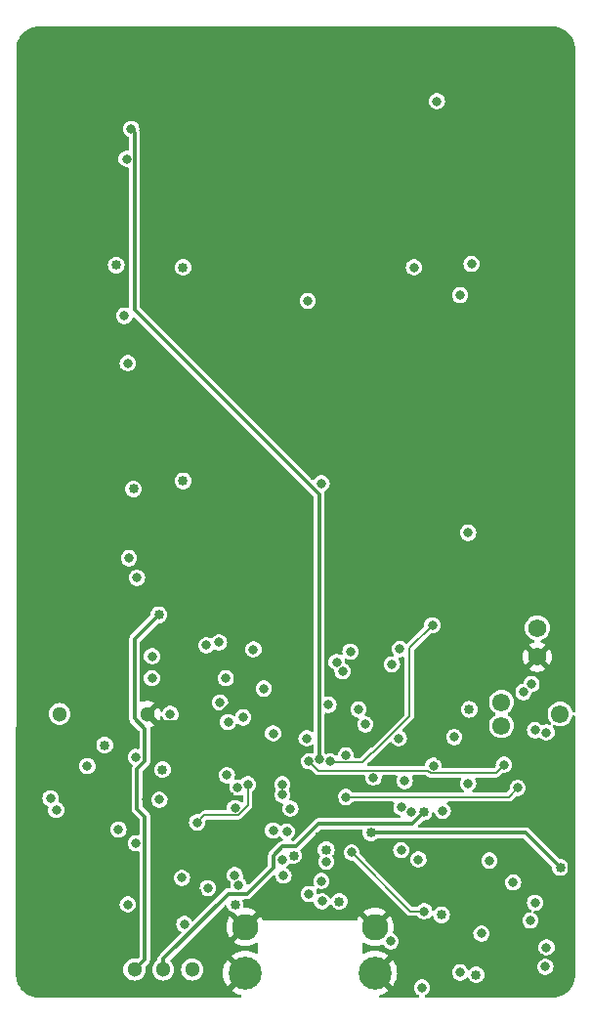
<source format=gbr>
%TF.GenerationSoftware,KiCad,Pcbnew,8.0.5*%
%TF.CreationDate,2024-09-24T06:40:10+02:00*%
%TF.ProjectId,PixelBytesHost,50697865-6c42-4797-9465-73486f73742e,rev?*%
%TF.SameCoordinates,Original*%
%TF.FileFunction,Copper,L3,Inr*%
%TF.FilePolarity,Positive*%
%FSLAX46Y46*%
G04 Gerber Fmt 4.6, Leading zero omitted, Abs format (unit mm)*
G04 Created by KiCad (PCBNEW 8.0.5) date 2024-09-24 06:40:10*
%MOMM*%
%LPD*%
G01*
G04 APERTURE LIST*
%TA.AperFunction,ComponentPad*%
%ADD10C,1.550000*%
%TD*%
%TA.AperFunction,ComponentPad*%
%ADD11C,2.280000*%
%TD*%
%TA.AperFunction,ComponentPad*%
%ADD12C,2.850000*%
%TD*%
%TA.AperFunction,ComponentPad*%
%ADD13C,1.300000*%
%TD*%
%TA.AperFunction,ComponentPad*%
%ADD14C,1.575000*%
%TD*%
%TA.AperFunction,ViaPad*%
%ADD15C,0.800000*%
%TD*%
%TA.AperFunction,ViaPad*%
%ADD16C,0.850000*%
%TD*%
%TA.AperFunction,Conductor*%
%ADD17C,0.200000*%
%TD*%
%TA.AperFunction,Conductor*%
%ADD18C,0.350000*%
%TD*%
G04 APERTURE END LIST*
D10*
%TO.N,N/C*%
%TO.C,J1*%
X160170000Y-105900000D03*
X155090000Y-106916000D03*
X155090000Y-104884000D03*
%TD*%
D11*
%TO.N,Vgnd_main*%
%TO.C,J2*%
X132880000Y-124350000D03*
D12*
X132880000Y-128350000D03*
X144120000Y-128350000D03*
D11*
X144120000Y-124350000D03*
%TD*%
D13*
%TO.N,Net-(LS1-+)*%
%TO.C,LS1*%
X116800000Y-105900000D03*
%TO.N,Vgnd_main*%
X124400000Y-105900000D03*
%TD*%
%TO.N,Vdc_battery*%
%TO.C,SW_Toggle1*%
X123275000Y-128050000D03*
%TO.N,In_Vcc*%
X125775000Y-128050000D03*
%TO.N,unconnected-(SW_Toggle1-Pad3)*%
X128275000Y-128050000D03*
%TD*%
D14*
%TO.N,Vdc_battery*%
%TO.C,J3*%
X158200000Y-98450000D03*
%TO.N,Vgnd_main*%
X158200000Y-100950000D03*
%TD*%
D15*
%TO.N,uc_supply*%
X128700000Y-115300000D03*
X133600000Y-100300000D03*
X134500000Y-103700000D03*
X123400000Y-117100000D03*
X133100000Y-112000000D03*
X146700000Y-111700000D03*
X130625000Y-99700000D03*
X144000000Y-111400000D03*
X121900000Y-115900000D03*
X150000000Y-114300000D03*
X146300000Y-100275000D03*
X145600000Y-101600000D03*
X136500000Y-116100000D03*
X131200000Y-102800000D03*
X136100000Y-112900000D03*
%TO.N,OSC2*%
X135295158Y-107574999D03*
X126400000Y-105900000D03*
X132700000Y-106200000D03*
%TO.N,OSC1*%
X131400000Y-106600000D03*
D16*
%TO.N,In_Vcc*%
X148362347Y-114387653D03*
%TO.N,Vgnd_main*%
X120800000Y-112000000D03*
X152612071Y-114142775D03*
X154100000Y-122500000D03*
X128700000Y-121400000D03*
X124300000Y-80300000D03*
X160600000Y-126600000D03*
X155600000Y-103100000D03*
X157000000Y-80600000D03*
X148400000Y-103800000D03*
X153400000Y-107100000D03*
X122500000Y-117700000D03*
X131500000Y-113000000D03*
X138400000Y-105000000D03*
X131100000Y-117400000D03*
X142600000Y-108000000D03*
X149812294Y-109574142D03*
X132800000Y-107700000D03*
X136500000Y-100400000D03*
X124300000Y-113300000D03*
X160110254Y-116495644D03*
X137900000Y-120000000D03*
X139300000Y-116464998D03*
X131600000Y-103900000D03*
X118600000Y-120000000D03*
X140599406Y-113322354D03*
%TO.N,BMS_Vcc*%
X149900000Y-123300000D03*
X132000000Y-122400000D03*
X141041585Y-122137979D03*
X152300000Y-105500000D03*
X152900000Y-128500000D03*
%TO.N,display_main*%
X137072403Y-118175866D03*
X121700000Y-67000000D03*
X139900000Y-117674998D03*
X123200000Y-86400000D03*
X143774998Y-116200000D03*
X160200000Y-119200000D03*
X120700000Y-108600000D03*
X125715686Y-110715686D03*
X127500000Y-85700000D03*
X127500000Y-67200000D03*
D15*
%TO.N,Net-(LED_green_bms1-K)*%
X148200000Y-129600000D03*
%TO.N,Net-(IC_BMS_TP1-PROG)*%
X153356502Y-124920723D03*
X157600000Y-123800000D03*
%TO.N,Net-(IC3-FB)*%
X156100000Y-120500000D03*
X154050000Y-118599997D03*
%TO.N,uc_enable_display*%
X156500000Y-112300000D03*
X141600000Y-113100000D03*
%TO.N,Net-(LED_Red_bms1-K)*%
X145500000Y-125600000D03*
%TO.N,SWDIO*%
X143300000Y-106800000D03*
X159000000Y-107500000D03*
X151000000Y-107900000D03*
X146200000Y-108000000D03*
%TO.N,reset*%
X138200000Y-108000000D03*
X157000000Y-104000000D03*
%TO.N,SWCLK*%
X158000000Y-107300000D03*
X157700000Y-103300000D03*
%TO.N,Net-(J2-CC1)*%
X136100000Y-118500000D03*
%TO.N,Net-(J2-CC2)*%
X136200000Y-119900000D03*
X132300000Y-120700000D03*
X139900002Y-118700000D03*
%TO.N,meas_bat_en*%
X142700000Y-105500000D03*
%TO.N,bat_meas*%
X149100000Y-98200000D03*
X140225735Y-109999998D03*
%TO.N,ISDS_SCL*%
X140800000Y-101400000D03*
X124800000Y-100900000D03*
%TO.N,ISDS_SDA*%
X124800000Y-102800000D03*
X140100000Y-105100000D03*
%TO.N,USB_D+*%
X139533884Y-122133884D03*
X147276992Y-114376992D03*
X138400000Y-121500000D03*
%TO.N,USB_D-*%
X146416560Y-114000000D03*
X139475735Y-120375735D03*
%TO.N,Net-(R11-Pad2)*%
X116500000Y-114200000D03*
%TO.N,Net-(R13-Pad2)*%
X122700000Y-122400000D03*
X129636659Y-120983707D03*
%TO.N,Net-(R14-Pad1)*%
X125445668Y-113325000D03*
%TO.N,Net-(R17-Pad2)*%
X136800000Y-114100000D03*
X132000000Y-114039998D03*
%TO.N,Net-(R19-Pad2)*%
X147900000Y-118500000D03*
X149184015Y-110384015D03*
X146400000Y-117705002D03*
X152200000Y-111900000D03*
%TO.N,Net-(R20-Pad2)*%
X158004747Y-122254113D03*
X159000000Y-126125000D03*
X151500000Y-128300000D03*
X158900000Y-127800000D03*
%TO.N,Net-(U1-Vdi_s5)*%
X147500000Y-67200000D03*
X122800000Y-92400000D03*
X139500000Y-85900000D03*
X152500000Y-66900000D03*
%TO.N,Net-(U1-Vdi_s3)*%
X138300000Y-70100000D03*
X122400000Y-71400000D03*
%TO.N,Net-(U1-Vdi_s2)*%
X122600000Y-57800000D03*
X149500000Y-52800000D03*
%TO.N,Net-(U1-Vdi_s6)*%
X152200000Y-90200000D03*
X123500000Y-94100000D03*
%TO.N,Net-(U1-Vdi_s4)*%
X122700000Y-75500000D03*
X151500000Y-69600000D03*
%TO.N,PWM_display*%
X139300000Y-109800000D03*
X123000000Y-55200000D03*
%TO.N,Buzzer*%
X141600000Y-109500000D03*
%TO.N,S_b*%
X155300000Y-110300000D03*
X138422503Y-109999998D03*
%TO.N,S_a*%
X148400000Y-123000000D03*
X142100000Y-117900000D03*
%TO.N,S_right*%
X135300000Y-116000000D03*
%TO.N,S_left*%
X119200000Y-110400000D03*
X136100000Y-112000000D03*
X131300000Y-111199998D03*
X116000000Y-113200000D03*
X123400000Y-109625000D03*
%TO.N,S_down*%
X131983988Y-119857302D03*
X127600000Y-124100000D03*
X127400000Y-120100000D03*
%TO.N,S_up*%
X132224786Y-112275214D03*
%TO.N,ISDS_int_0*%
X141325000Y-102200000D03*
X130700000Y-104900000D03*
%TO.N,ISDS_int_1*%
X129525000Y-99949498D03*
X142000000Y-100500000D03*
D16*
%TO.N,Vdc_battery*%
X125400000Y-97300000D03*
%TD*%
D17*
%TO.N,uc_supply*%
X128700000Y-115300000D02*
X129360002Y-114639998D01*
X132248529Y-114639998D02*
X133100000Y-113788527D01*
X129360002Y-114639998D02*
X132248529Y-114639998D01*
X133100000Y-113788527D02*
X133100000Y-112000000D01*
D18*
%TO.N,In_Vcc*%
X137257761Y-117375866D02*
X139233627Y-115400000D01*
X125775000Y-127130762D02*
X131430762Y-121475000D01*
X136128118Y-117375866D02*
X137257761Y-117375866D01*
X135325000Y-118178984D02*
X136128118Y-117375866D01*
X131430762Y-121475000D02*
X133025000Y-121475000D01*
X147350000Y-115400000D02*
X148362347Y-114387653D01*
X135325000Y-119175000D02*
X135325000Y-118178984D01*
X139233627Y-115400000D02*
X147350000Y-115400000D01*
X133025000Y-121475000D02*
X135325000Y-119175000D01*
X125775000Y-128050000D02*
X125775000Y-127130762D01*
D17*
%TO.N,Vgnd_main*%
X150925858Y-109574142D02*
X153400000Y-107100000D01*
D18*
X161000000Y-126200000D02*
X161000000Y-117385390D01*
X130000305Y-106625000D02*
X125125000Y-106625000D01*
X155600000Y-103100000D02*
X154800000Y-103100000D01*
D17*
X152700000Y-103800000D02*
X153400000Y-104500000D01*
D18*
X125125000Y-106625000D02*
X124400000Y-105900000D01*
X160600000Y-126600000D02*
X161000000Y-126200000D01*
D17*
X149812294Y-109574142D02*
X150925858Y-109574142D01*
X148400000Y-103800000D02*
X152700000Y-103800000D01*
D18*
X161000000Y-117385390D02*
X160110254Y-116495644D01*
X154800000Y-103100000D02*
X154300000Y-103600000D01*
X153400000Y-104500000D02*
X153400000Y-107100000D01*
X154300000Y-103600000D02*
X153400000Y-104500000D01*
X131600000Y-105025305D02*
X130000305Y-106625000D01*
X131600000Y-103900000D02*
X131600000Y-105025305D01*
%TO.N,display_main*%
X143774998Y-116200000D02*
X157200000Y-116200000D01*
X157200000Y-116200000D02*
X160200000Y-119200000D01*
D17*
%TO.N,uc_enable_display*%
X141600000Y-113100000D02*
X155700000Y-113100000D01*
X155700000Y-113100000D02*
X156500000Y-112300000D01*
%TO.N,bat_meas*%
X140325737Y-110100000D02*
X140225735Y-109999998D01*
X143900000Y-109200000D02*
X143000000Y-110100000D01*
X147100000Y-106100000D02*
X144000000Y-109200000D01*
X143000000Y-110100000D02*
X140325737Y-110100000D01*
X147100000Y-100200000D02*
X147100000Y-106100000D01*
X144000000Y-109200000D02*
X143900000Y-109200000D01*
X149100000Y-98200000D02*
X147100000Y-100200000D01*
D18*
%TO.N,PWM_display*%
X123275000Y-55575000D02*
X123200000Y-55500000D01*
X139300000Y-86900000D02*
X123275000Y-70875000D01*
X123275000Y-70875000D02*
X123275000Y-55575000D01*
X139300000Y-109800000D02*
X139300000Y-86900000D01*
X123200000Y-55500000D02*
X123200000Y-55400000D01*
X123200000Y-55400000D02*
X123000000Y-55200000D01*
D17*
%TO.N,S_b*%
X139222505Y-110800000D02*
X148751471Y-110800000D01*
X138422503Y-109999998D02*
X139222505Y-110800000D01*
X148935486Y-110984015D02*
X154615985Y-110984015D01*
X154615985Y-110984015D02*
X155300000Y-110300000D01*
X148751471Y-110800000D02*
X148935486Y-110984015D01*
%TO.N,S_a*%
X142100000Y-117900000D02*
X147200000Y-123000000D01*
X147200000Y-123000000D02*
X148400000Y-123000000D01*
D18*
%TO.N,Vdc_battery*%
X124175000Y-127150000D02*
X124175000Y-114775000D01*
X124175000Y-110025000D02*
X124175000Y-107175000D01*
X123300000Y-106300000D02*
X123300000Y-99400000D01*
X123500000Y-114100000D02*
X123500000Y-110700000D01*
X123500000Y-110700000D02*
X124175000Y-110025000D01*
X124175000Y-107175000D02*
X123300000Y-106300000D01*
X123275000Y-128050000D02*
X124175000Y-127150000D01*
X124175000Y-114775000D02*
X123500000Y-114100000D01*
X123300000Y-99400000D02*
X125400000Y-97300000D01*
%TD*%
%TA.AperFunction,Conductor*%
%TO.N,Vgnd_main*%
G36*
X159504043Y-46325765D02*
G01*
X159749632Y-46341861D01*
X159765690Y-46343976D01*
X159969394Y-46384495D01*
X160003064Y-46391193D01*
X160018731Y-46395391D01*
X160187510Y-46452683D01*
X160247913Y-46473188D01*
X160262890Y-46479391D01*
X160470539Y-46581792D01*
X160479960Y-46586438D01*
X160494007Y-46594548D01*
X160533528Y-46620955D01*
X160695245Y-46729011D01*
X160708106Y-46738879D01*
X160820036Y-46837039D01*
X160890071Y-46898459D01*
X160901540Y-46909928D01*
X161061117Y-47091890D01*
X161070991Y-47104758D01*
X161205451Y-47305992D01*
X161213561Y-47320039D01*
X161320605Y-47537102D01*
X161326812Y-47552088D01*
X161404608Y-47781268D01*
X161408806Y-47796935D01*
X161456021Y-48034298D01*
X161458139Y-48050379D01*
X161474235Y-48295956D01*
X161474500Y-48304066D01*
X161474500Y-105665898D01*
X161454815Y-105732937D01*
X161402011Y-105778692D01*
X161332853Y-105788636D01*
X161269297Y-105759611D01*
X161231523Y-105700833D01*
X161231266Y-105699947D01*
X161177171Y-105509820D01*
X161138457Y-105432072D01*
X161088329Y-105331401D01*
X161088324Y-105331393D01*
X160968207Y-105172333D01*
X160831200Y-105047436D01*
X160820910Y-105038055D01*
X160756375Y-104998096D01*
X160651447Y-104933127D01*
X160651445Y-104933126D01*
X160524635Y-104884000D01*
X160465586Y-104861124D01*
X160465582Y-104861123D01*
X160370025Y-104843261D01*
X160269660Y-104824500D01*
X160070340Y-104824500D01*
X159986297Y-104840210D01*
X159874417Y-104861123D01*
X159874415Y-104861123D01*
X159874414Y-104861124D01*
X159822517Y-104881229D01*
X159688554Y-104933126D01*
X159688552Y-104933127D01*
X159519088Y-105038056D01*
X159371792Y-105172333D01*
X159251675Y-105331393D01*
X159251670Y-105331401D01*
X159162830Y-105509816D01*
X159142884Y-105579920D01*
X159108767Y-105699832D01*
X159108282Y-105701535D01*
X159089892Y-105899999D01*
X159089892Y-105900000D01*
X159108282Y-106098464D01*
X159108282Y-106098466D01*
X159108283Y-106098469D01*
X159146816Y-106233900D01*
X159162830Y-106290183D01*
X159251670Y-106468598D01*
X159251675Y-106468606D01*
X159371791Y-106627664D01*
X159376889Y-106632312D01*
X159413168Y-106692025D01*
X159411405Y-106761872D01*
X159372159Y-106819678D01*
X159307891Y-106847090D01*
X159257775Y-106840920D01*
X159257508Y-106842005D01*
X159085056Y-106799500D01*
X158914944Y-106799500D01*
X158749774Y-106840209D01*
X158688505Y-106872366D01*
X158619996Y-106886090D01*
X158554943Y-106860597D01*
X158533211Y-106837636D01*
X158533157Y-106837685D01*
X158531686Y-106836025D01*
X158528828Y-106833005D01*
X158528184Y-106832072D01*
X158400849Y-106719263D01*
X158250226Y-106640210D01*
X158085056Y-106599500D01*
X157914944Y-106599500D01*
X157749773Y-106640210D01*
X157599150Y-106719263D01*
X157471816Y-106832072D01*
X157375182Y-106972068D01*
X157314860Y-107131125D01*
X157314859Y-107131130D01*
X157294355Y-107300000D01*
X157314859Y-107468869D01*
X157314860Y-107468874D01*
X157375182Y-107627931D01*
X157437475Y-107718177D01*
X157471817Y-107767929D01*
X157577505Y-107861560D01*
X157599150Y-107880736D01*
X157716279Y-107942210D01*
X157749775Y-107959790D01*
X157914944Y-108000500D01*
X158085056Y-108000500D01*
X158250225Y-107959790D01*
X158311493Y-107927633D01*
X158379999Y-107913908D01*
X158445053Y-107939400D01*
X158466789Y-107962362D01*
X158466843Y-107962315D01*
X158468272Y-107963928D01*
X158471162Y-107966981D01*
X158471814Y-107967926D01*
X158471816Y-107967928D01*
X158471817Y-107967929D01*
X158508018Y-108000000D01*
X158599150Y-108080736D01*
X158742045Y-108155733D01*
X158749775Y-108159790D01*
X158914944Y-108200500D01*
X159085056Y-108200500D01*
X159250225Y-108159790D01*
X159329692Y-108118081D01*
X159400849Y-108080736D01*
X159400850Y-108080734D01*
X159400852Y-108080734D01*
X159528183Y-107967929D01*
X159624818Y-107827930D01*
X159685140Y-107668872D01*
X159705645Y-107500000D01*
X159685140Y-107331128D01*
X159680641Y-107319266D01*
X159624818Y-107172070D01*
X159596559Y-107131130D01*
X159542907Y-107053402D01*
X159521025Y-106987050D01*
X159538490Y-106919398D01*
X159589758Y-106871928D01*
X159658551Y-106859711D01*
X159689751Y-106867336D01*
X159874414Y-106938876D01*
X160070340Y-106975500D01*
X160070342Y-106975500D01*
X160269658Y-106975500D01*
X160269660Y-106975500D01*
X160465586Y-106938876D01*
X160651446Y-106866873D01*
X160820910Y-106761945D01*
X160954447Y-106640210D01*
X160968207Y-106627666D01*
X160989100Y-106600000D01*
X161088326Y-106468604D01*
X161177171Y-106290180D01*
X161231234Y-106100164D01*
X161268512Y-106041074D01*
X161331822Y-106011516D01*
X161401062Y-106020878D01*
X161454248Y-106066187D01*
X161474496Y-106133059D01*
X161474500Y-106134101D01*
X161474500Y-128495933D01*
X161474235Y-128504043D01*
X161458139Y-128749620D01*
X161456021Y-128765701D01*
X161408806Y-129003064D01*
X161404608Y-129018731D01*
X161326812Y-129247911D01*
X161320605Y-129262897D01*
X161213561Y-129479960D01*
X161205451Y-129494007D01*
X161070991Y-129695241D01*
X161061117Y-129708109D01*
X160901540Y-129890071D01*
X160890071Y-129901540D01*
X160708109Y-130061117D01*
X160695241Y-130070991D01*
X160494007Y-130205451D01*
X160479960Y-130213561D01*
X160262897Y-130320605D01*
X160247911Y-130326812D01*
X160018731Y-130404608D01*
X160003064Y-130408806D01*
X159765701Y-130456021D01*
X159749620Y-130458139D01*
X159504043Y-130474235D01*
X159495933Y-130474500D01*
X148544217Y-130474500D01*
X148477178Y-130454815D01*
X148431423Y-130402011D01*
X148421479Y-130332853D01*
X148450504Y-130269297D01*
X148486591Y-130240704D01*
X148600849Y-130180736D01*
X148600850Y-130180734D01*
X148600852Y-130180734D01*
X148728183Y-130067929D01*
X148824818Y-129927930D01*
X148885140Y-129768872D01*
X148905645Y-129600000D01*
X148885140Y-129431128D01*
X148824818Y-129272070D01*
X148818486Y-129262897D01*
X148769466Y-129191879D01*
X148728183Y-129132071D01*
X148600852Y-129019266D01*
X148600849Y-129019263D01*
X148450226Y-128940210D01*
X148285056Y-128899500D01*
X148114944Y-128899500D01*
X147949773Y-128940210D01*
X147799150Y-129019263D01*
X147671816Y-129132072D01*
X147575182Y-129272068D01*
X147514860Y-129431125D01*
X147514859Y-129431130D01*
X147494355Y-129600000D01*
X147514859Y-129768869D01*
X147514860Y-129768874D01*
X147575182Y-129927931D01*
X147637475Y-130018177D01*
X147671817Y-130067929D01*
X147720772Y-130111299D01*
X147799150Y-130180736D01*
X147913409Y-130240704D01*
X147963622Y-130289289D01*
X147979596Y-130357308D01*
X147956261Y-130423165D01*
X147901024Y-130465952D01*
X147855783Y-130474500D01*
X144563242Y-130474500D01*
X144496203Y-130454815D01*
X144450448Y-130402011D01*
X144440504Y-130332853D01*
X144469529Y-130269297D01*
X144528307Y-130231523D01*
X144536884Y-130229334D01*
X144663711Y-130201744D01*
X144921722Y-130105511D01*
X145163386Y-129973552D01*
X145163387Y-129973551D01*
X145292984Y-129876536D01*
X144592972Y-129176524D01*
X144725590Y-129087913D01*
X144857913Y-128955590D01*
X144946525Y-128822972D01*
X145646536Y-129522984D01*
X145743551Y-129393387D01*
X145743552Y-129393386D01*
X145875511Y-129151722D01*
X145971744Y-128893711D01*
X146030272Y-128624661D01*
X146049917Y-128350001D01*
X146049917Y-128349998D01*
X146046341Y-128300000D01*
X150794355Y-128300000D01*
X150814859Y-128468869D01*
X150814860Y-128468874D01*
X150875182Y-128627931D01*
X150899013Y-128662455D01*
X150971817Y-128767929D01*
X151077505Y-128861560D01*
X151099150Y-128880736D01*
X151249773Y-128959789D01*
X151249775Y-128959790D01*
X151414944Y-129000500D01*
X151585056Y-129000500D01*
X151750225Y-128959790D01*
X151876127Y-128893711D01*
X151900849Y-128880736D01*
X151900850Y-128880734D01*
X151900852Y-128880734D01*
X152028183Y-128767929D01*
X152028186Y-128767924D01*
X152029266Y-128766706D01*
X152030283Y-128766067D01*
X152033797Y-128762955D01*
X152034314Y-128763538D01*
X152088452Y-128729574D01*
X152158318Y-128730336D01*
X152216681Y-128768749D01*
X152239129Y-128807969D01*
X152242211Y-128816775D01*
X152329192Y-128955204D01*
X152444796Y-129070808D01*
X152583225Y-129157789D01*
X152737539Y-129211786D01*
X152737542Y-129211786D01*
X152737544Y-129211787D01*
X152899996Y-129230091D01*
X152900000Y-129230091D01*
X152900004Y-129230091D01*
X153062455Y-129211787D01*
X153062456Y-129211786D01*
X153062461Y-129211786D01*
X153216775Y-129157789D01*
X153355204Y-129070808D01*
X153470808Y-128955204D01*
X153557789Y-128816775D01*
X153611786Y-128662461D01*
X153621007Y-128580623D01*
X153630091Y-128500003D01*
X153630091Y-128499996D01*
X153611787Y-128337544D01*
X153611786Y-128337542D01*
X153611786Y-128337539D01*
X153557789Y-128183225D01*
X153470808Y-128044796D01*
X153355204Y-127929192D01*
X153308755Y-127900006D01*
X153216774Y-127842210D01*
X153096144Y-127800000D01*
X158194355Y-127800000D01*
X158214859Y-127968869D01*
X158214860Y-127968874D01*
X158275182Y-128127931D01*
X158337475Y-128218177D01*
X158371817Y-128267929D01*
X158477505Y-128361560D01*
X158499150Y-128380736D01*
X158607648Y-128437680D01*
X158649775Y-128459790D01*
X158814944Y-128500500D01*
X158985056Y-128500500D01*
X159150225Y-128459790D01*
X159276847Y-128393333D01*
X159300849Y-128380736D01*
X159300850Y-128380734D01*
X159300852Y-128380734D01*
X159428183Y-128267929D01*
X159524818Y-128127930D01*
X159585140Y-127968872D01*
X159605645Y-127800000D01*
X159585140Y-127631128D01*
X159524818Y-127472070D01*
X159428183Y-127332071D01*
X159308904Y-127226399D01*
X159300849Y-127219263D01*
X159150226Y-127140210D01*
X158985056Y-127099500D01*
X158814944Y-127099500D01*
X158649773Y-127140210D01*
X158499150Y-127219263D01*
X158371816Y-127332072D01*
X158275182Y-127472068D01*
X158214860Y-127631125D01*
X158214859Y-127631130D01*
X158194355Y-127800000D01*
X153096144Y-127800000D01*
X153062455Y-127788212D01*
X152900004Y-127769909D01*
X152899996Y-127769909D01*
X152737544Y-127788212D01*
X152583225Y-127842210D01*
X152444797Y-127929191D01*
X152336625Y-128037363D01*
X152275302Y-128070847D01*
X152205610Y-128065863D01*
X152149677Y-128023991D01*
X152133004Y-127993656D01*
X152124818Y-127972070D01*
X152122608Y-127968869D01*
X152095221Y-127929192D01*
X152028183Y-127832071D01*
X151900852Y-127719266D01*
X151900849Y-127719263D01*
X151750226Y-127640210D01*
X151585056Y-127599500D01*
X151414944Y-127599500D01*
X151249773Y-127640210D01*
X151099150Y-127719263D01*
X150971816Y-127832072D01*
X150875182Y-127972068D01*
X150814860Y-128131125D01*
X150814859Y-128131130D01*
X150794355Y-128300000D01*
X146046341Y-128300000D01*
X146030272Y-128075338D01*
X145971744Y-127806288D01*
X145875511Y-127548277D01*
X145743552Y-127306613D01*
X145743547Y-127306605D01*
X145646537Y-127177015D01*
X145646536Y-127177014D01*
X144946524Y-127877026D01*
X144857913Y-127744410D01*
X144725590Y-127612087D01*
X144592971Y-127523474D01*
X145292984Y-126823461D01*
X145163394Y-126726452D01*
X145163386Y-126726447D01*
X144921721Y-126594488D01*
X144921722Y-126594488D01*
X144663711Y-126498255D01*
X144394661Y-126439727D01*
X144120001Y-126420083D01*
X144119999Y-126420083D01*
X143845338Y-126439727D01*
X143576288Y-126498255D01*
X143318278Y-126594488D01*
X143208927Y-126654199D01*
X143140654Y-126669051D01*
X143075190Y-126644634D01*
X143033318Y-126588701D01*
X143025500Y-126545367D01*
X143025500Y-125824144D01*
X143045185Y-125757105D01*
X143097989Y-125711350D01*
X143167147Y-125701406D01*
X143214290Y-125718417D01*
X143373153Y-125815769D01*
X143373156Y-125815771D01*
X143611644Y-125914555D01*
X143862650Y-125974816D01*
X144120000Y-125995070D01*
X144377349Y-125974816D01*
X144628347Y-125914557D01*
X144720714Y-125876297D01*
X144790184Y-125868828D01*
X144852663Y-125900102D01*
X144869796Y-125922533D01*
X144870921Y-125921757D01*
X144875182Y-125927930D01*
X144971817Y-126067929D01*
X145077505Y-126161560D01*
X145099150Y-126180736D01*
X145249773Y-126259789D01*
X145249775Y-126259790D01*
X145414944Y-126300500D01*
X145585056Y-126300500D01*
X145750225Y-126259790D01*
X145829692Y-126218081D01*
X145900849Y-126180736D01*
X145900850Y-126180734D01*
X145900852Y-126180734D01*
X145963763Y-126125000D01*
X158294355Y-126125000D01*
X158314859Y-126293869D01*
X158314860Y-126293874D01*
X158375182Y-126452931D01*
X158437475Y-126543177D01*
X158471817Y-126592929D01*
X158577505Y-126686560D01*
X158599150Y-126705736D01*
X158749773Y-126784789D01*
X158749775Y-126784790D01*
X158914944Y-126825500D01*
X159085056Y-126825500D01*
X159250225Y-126784790D01*
X159361387Y-126726447D01*
X159400849Y-126705736D01*
X159400850Y-126705734D01*
X159400852Y-126705734D01*
X159528183Y-126592929D01*
X159624818Y-126452930D01*
X159685140Y-126293872D01*
X159705645Y-126125000D01*
X159685140Y-125956128D01*
X159624818Y-125797070D01*
X159609625Y-125775060D01*
X159558785Y-125701406D01*
X159528183Y-125657071D01*
X159400852Y-125544266D01*
X159400849Y-125544263D01*
X159250226Y-125465210D01*
X159085056Y-125424500D01*
X158914944Y-125424500D01*
X158749773Y-125465210D01*
X158599150Y-125544263D01*
X158471816Y-125657072D01*
X158375182Y-125797068D01*
X158314860Y-125956125D01*
X158314859Y-125956130D01*
X158294355Y-126125000D01*
X145963763Y-126125000D01*
X146028183Y-126067929D01*
X146124818Y-125927930D01*
X146185140Y-125768872D01*
X146205645Y-125600000D01*
X146185140Y-125431128D01*
X146124818Y-125272070D01*
X146108654Y-125248653D01*
X146090476Y-125222318D01*
X146028183Y-125132071D01*
X145900852Y-125019266D01*
X145900849Y-125019263D01*
X145759936Y-124945306D01*
X145734529Y-124920723D01*
X152650857Y-124920723D01*
X152671361Y-125089592D01*
X152671362Y-125089597D01*
X152731684Y-125248654D01*
X152778827Y-125316951D01*
X152828319Y-125388652D01*
X152934007Y-125482283D01*
X152955652Y-125501459D01*
X153106275Y-125580512D01*
X153106277Y-125580513D01*
X153271446Y-125621223D01*
X153441558Y-125621223D01*
X153606727Y-125580513D01*
X153686194Y-125538804D01*
X153757351Y-125501459D01*
X153757352Y-125501457D01*
X153757354Y-125501457D01*
X153884685Y-125388652D01*
X153981320Y-125248653D01*
X154041642Y-125089595D01*
X154062147Y-124920723D01*
X154041642Y-124751851D01*
X153981320Y-124592793D01*
X153966749Y-124571684D01*
X153917614Y-124500500D01*
X153884685Y-124452794D01*
X153757354Y-124339989D01*
X153757351Y-124339986D01*
X153606728Y-124260933D01*
X153441558Y-124220223D01*
X153271446Y-124220223D01*
X153106275Y-124260933D01*
X152955652Y-124339986D01*
X152828318Y-124452795D01*
X152731684Y-124592791D01*
X152671362Y-124751848D01*
X152671361Y-124751853D01*
X152650857Y-124920723D01*
X145734529Y-124920723D01*
X145709723Y-124896721D01*
X145693749Y-124828702D01*
X145696988Y-124806562D01*
X145744816Y-124607347D01*
X145765070Y-124350000D01*
X145744816Y-124092650D01*
X145684555Y-123841644D01*
X145684555Y-123841643D01*
X145585771Y-123603156D01*
X145585769Y-123603153D01*
X145450890Y-123383052D01*
X145450885Y-123383046D01*
X145446103Y-123377447D01*
X144805231Y-124018319D01*
X144793503Y-123990005D01*
X144710330Y-123865528D01*
X144604472Y-123759670D01*
X144479995Y-123676497D01*
X144451679Y-123664768D01*
X145092551Y-123023895D01*
X145092551Y-123023894D01*
X145086951Y-123019111D01*
X144866846Y-122884230D01*
X144866843Y-122884228D01*
X144628355Y-122785444D01*
X144377349Y-122725183D01*
X144120000Y-122704929D01*
X143862650Y-122725183D01*
X143611644Y-122785444D01*
X143611643Y-122785444D01*
X143373156Y-122884228D01*
X143373153Y-122884230D01*
X143153057Y-123019105D01*
X143153052Y-123019109D01*
X143147447Y-123023894D01*
X143788321Y-123664768D01*
X143760005Y-123676497D01*
X143635528Y-123759670D01*
X143529670Y-123865528D01*
X143446497Y-123990005D01*
X143434768Y-124018321D01*
X142793894Y-123377447D01*
X142789109Y-123383052D01*
X142789105Y-123383057D01*
X142654230Y-123603153D01*
X142654229Y-123603155D01*
X142614964Y-123697952D01*
X142571124Y-123752356D01*
X142504830Y-123774421D01*
X142500403Y-123774500D01*
X134499597Y-123774500D01*
X134432558Y-123754815D01*
X134386803Y-123702011D01*
X134385036Y-123697952D01*
X134345770Y-123603155D01*
X134345769Y-123603153D01*
X134210890Y-123383052D01*
X134210885Y-123383046D01*
X134206103Y-123377447D01*
X133565231Y-124018320D01*
X133553503Y-123990005D01*
X133470330Y-123865528D01*
X133364472Y-123759670D01*
X133239995Y-123676497D01*
X133211679Y-123664768D01*
X133852551Y-123023895D01*
X133852551Y-123023894D01*
X133846951Y-123019111D01*
X133626846Y-122884230D01*
X133626843Y-122884228D01*
X133388355Y-122785444D01*
X133137349Y-122725183D01*
X132879999Y-122704929D01*
X132843749Y-122707782D01*
X132775372Y-122693417D01*
X132725616Y-122644366D01*
X132710277Y-122576201D01*
X132711266Y-122569411D01*
X132711007Y-122569382D01*
X132730091Y-122400003D01*
X132730091Y-122399996D01*
X132711787Y-122237544D01*
X132711786Y-122237542D01*
X132711786Y-122237539D01*
X132677714Y-122140166D01*
X132669067Y-122115454D01*
X132665506Y-122045675D01*
X132700235Y-121985048D01*
X132762229Y-121952821D01*
X132786109Y-121950500D01*
X133087599Y-121950500D01*
X133087601Y-121950500D01*
X133208536Y-121918095D01*
X133316964Y-121855495D01*
X133672459Y-121500000D01*
X137694355Y-121500000D01*
X137714859Y-121668869D01*
X137714860Y-121668874D01*
X137775182Y-121827931D01*
X137800691Y-121864886D01*
X137871817Y-121967929D01*
X137961228Y-122047140D01*
X137999150Y-122080736D01*
X138138537Y-122153892D01*
X138149775Y-122159790D01*
X138314944Y-122200500D01*
X138485056Y-122200500D01*
X138650225Y-122159790D01*
X138661462Y-122153891D01*
X138729970Y-122140166D01*
X138795023Y-122165657D01*
X138835968Y-122222273D01*
X138842185Y-122248741D01*
X138848743Y-122302752D01*
X138848744Y-122302758D01*
X138909066Y-122461815D01*
X138957561Y-122532071D01*
X139005701Y-122601813D01*
X139053734Y-122644366D01*
X139133034Y-122714620D01*
X139267978Y-122785444D01*
X139283659Y-122793674D01*
X139448828Y-122834384D01*
X139618940Y-122834384D01*
X139784109Y-122793674D01*
X139906968Y-122729192D01*
X139934733Y-122714620D01*
X139934734Y-122714618D01*
X139934736Y-122714618D01*
X140062067Y-122601813D01*
X140158702Y-122461814D01*
X140158703Y-122461810D01*
X140162186Y-122455175D01*
X140164519Y-122456399D01*
X140199141Y-122410658D01*
X140264734Y-122386589D01*
X140332927Y-122401802D01*
X140379718Y-122449092D01*
X140380091Y-122448858D01*
X140381142Y-122450531D01*
X140382070Y-122451469D01*
X140383528Y-122454328D01*
X140467655Y-122588214D01*
X140470777Y-122593183D01*
X140586381Y-122708787D01*
X140724810Y-122795768D01*
X140879124Y-122849765D01*
X140879127Y-122849765D01*
X140879129Y-122849766D01*
X141041581Y-122868070D01*
X141041585Y-122868070D01*
X141041589Y-122868070D01*
X141204040Y-122849766D01*
X141204041Y-122849765D01*
X141204046Y-122849765D01*
X141358360Y-122795768D01*
X141496789Y-122708787D01*
X141612393Y-122593183D01*
X141699374Y-122454754D01*
X141753371Y-122300440D01*
X141760458Y-122237544D01*
X141771676Y-122137982D01*
X141771676Y-122137975D01*
X141753372Y-121975523D01*
X141753371Y-121975521D01*
X141753371Y-121975518D01*
X141699374Y-121821204D01*
X141612393Y-121682775D01*
X141496789Y-121567171D01*
X141474470Y-121553147D01*
X141358359Y-121480189D01*
X141204040Y-121426191D01*
X141041589Y-121407888D01*
X141041581Y-121407888D01*
X140879129Y-121426191D01*
X140724810Y-121480189D01*
X140586380Y-121567171D01*
X140470777Y-121682774D01*
X140380091Y-121827100D01*
X140377633Y-121825555D01*
X140339451Y-121867759D01*
X140272005Y-121886003D01*
X140205402Y-121864886D01*
X140160789Y-121811114D01*
X140158734Y-121806038D01*
X140158702Y-121805954D01*
X140145056Y-121786185D01*
X140113322Y-121740210D01*
X140062067Y-121665955D01*
X139967200Y-121581910D01*
X139934733Y-121553147D01*
X139784110Y-121474094D01*
X139618940Y-121433384D01*
X139448828Y-121433384D01*
X139283656Y-121474094D01*
X139283654Y-121474095D01*
X139272414Y-121479994D01*
X139203905Y-121493716D01*
X139138853Y-121468220D01*
X139097912Y-121411603D01*
X139091698Y-121385141D01*
X139085140Y-121331131D01*
X139085139Y-121331125D01*
X139076724Y-121308937D01*
X139026230Y-121175795D01*
X139020864Y-121106135D01*
X139054011Y-121044629D01*
X139115150Y-121010807D01*
X139184868Y-121015409D01*
X139199797Y-121022029D01*
X139225510Y-121035525D01*
X139390679Y-121076235D01*
X139560791Y-121076235D01*
X139725960Y-121035525D01*
X139824690Y-120983707D01*
X139876584Y-120956471D01*
X139876585Y-120956469D01*
X139876587Y-120956469D01*
X140003918Y-120843664D01*
X140100553Y-120703665D01*
X140160875Y-120544607D01*
X140181380Y-120375735D01*
X140160875Y-120206863D01*
X140100553Y-120047805D01*
X140085623Y-120026176D01*
X140036454Y-119954942D01*
X140003918Y-119907806D01*
X139909051Y-119823761D01*
X139876584Y-119794998D01*
X139725961Y-119715945D01*
X139560791Y-119675235D01*
X139390679Y-119675235D01*
X139225508Y-119715945D01*
X139074885Y-119794998D01*
X138947551Y-119907807D01*
X138850917Y-120047803D01*
X138790595Y-120206860D01*
X138790594Y-120206865D01*
X138770090Y-120375735D01*
X138790594Y-120544604D01*
X138790595Y-120544609D01*
X138849503Y-120699936D01*
X138854870Y-120769600D01*
X138821722Y-120831106D01*
X138760584Y-120864927D01*
X138690866Y-120860325D01*
X138675936Y-120853704D01*
X138650225Y-120840209D01*
X138485056Y-120799500D01*
X138314944Y-120799500D01*
X138149773Y-120840210D01*
X137999150Y-120919263D01*
X137883150Y-121022031D01*
X137872005Y-121031905D01*
X137871816Y-121032072D01*
X137775182Y-121172068D01*
X137714860Y-121331125D01*
X137714859Y-121331130D01*
X137694355Y-121500000D01*
X133672459Y-121500000D01*
X135290251Y-119882206D01*
X135351572Y-119848723D01*
X135421263Y-119853707D01*
X135477197Y-119895579D01*
X135501026Y-119954942D01*
X135514859Y-120068868D01*
X135514860Y-120068874D01*
X135575182Y-120227931D01*
X135613337Y-120283207D01*
X135671817Y-120367929D01*
X135750952Y-120438036D01*
X135799150Y-120480736D01*
X135920850Y-120544609D01*
X135949775Y-120559790D01*
X136114944Y-120600500D01*
X136285056Y-120600500D01*
X136450225Y-120559790D01*
X136564144Y-120500000D01*
X136600849Y-120480736D01*
X136600850Y-120480734D01*
X136600852Y-120480734D01*
X136728183Y-120367929D01*
X136824818Y-120227930D01*
X136885140Y-120068872D01*
X136905645Y-119900000D01*
X136885140Y-119731128D01*
X136824818Y-119572070D01*
X136795345Y-119529372D01*
X136786650Y-119516774D01*
X136728183Y-119432071D01*
X136600852Y-119319266D01*
X136565091Y-119300497D01*
X136528041Y-119281051D01*
X136477829Y-119232466D01*
X136461855Y-119164447D01*
X136485191Y-119098589D01*
X136503434Y-119078445D01*
X136628183Y-118967929D01*
X136673899Y-118901697D01*
X136728181Y-118857707D01*
X136797630Y-118850047D01*
X136816898Y-118855094D01*
X136909942Y-118887652D01*
X136909945Y-118887653D01*
X137072399Y-118905957D01*
X137072403Y-118905957D01*
X137072407Y-118905957D01*
X137234858Y-118887653D01*
X137234859Y-118887652D01*
X137234864Y-118887652D01*
X137389178Y-118833655D01*
X137527607Y-118746674D01*
X137643211Y-118631070D01*
X137730192Y-118492641D01*
X137784189Y-118338327D01*
X137785000Y-118331128D01*
X137802494Y-118175869D01*
X137802494Y-118175862D01*
X137784190Y-118013410D01*
X137784189Y-118013408D01*
X137784189Y-118013405D01*
X137730192Y-117859091D01*
X137711227Y-117828909D01*
X137673523Y-117768903D01*
X137654522Y-117701666D01*
X137662650Y-117674994D01*
X139169909Y-117674994D01*
X139169909Y-117675001D01*
X139188212Y-117837453D01*
X139242210Y-117991772D01*
X139289395Y-118066866D01*
X139329192Y-118130202D01*
X139329196Y-118130206D01*
X139332328Y-118134133D01*
X139358737Y-118198820D01*
X139345982Y-118267515D01*
X139337432Y-118281888D01*
X139275185Y-118372068D01*
X139275184Y-118372068D01*
X139214862Y-118531125D01*
X139214861Y-118531130D01*
X139194357Y-118700000D01*
X139214861Y-118868869D01*
X139214862Y-118868874D01*
X139275184Y-119027931D01*
X139323957Y-119098589D01*
X139371819Y-119167929D01*
X139450463Y-119237601D01*
X139499152Y-119280736D01*
X139649775Y-119359789D01*
X139649777Y-119359790D01*
X139814946Y-119400500D01*
X139985058Y-119400500D01*
X140150227Y-119359790D01*
X140229694Y-119318081D01*
X140300851Y-119280736D01*
X140300852Y-119280734D01*
X140300854Y-119280734D01*
X140428185Y-119167929D01*
X140524820Y-119027930D01*
X140585142Y-118868872D01*
X140605647Y-118700000D01*
X140585142Y-118531128D01*
X140524820Y-118372070D01*
X140521960Y-118367927D01*
X140465229Y-118285738D01*
X140462569Y-118281885D01*
X140440687Y-118215532D01*
X140458152Y-118147880D01*
X140467676Y-118134129D01*
X140470801Y-118130208D01*
X140470808Y-118130202D01*
X140557789Y-117991773D01*
X140589902Y-117900000D01*
X141394355Y-117900000D01*
X141414859Y-118068869D01*
X141414860Y-118068874D01*
X141475182Y-118227931D01*
X141515083Y-118285736D01*
X141571817Y-118367929D01*
X141664709Y-118450224D01*
X141699150Y-118480736D01*
X141816279Y-118542210D01*
X141849775Y-118559790D01*
X142014944Y-118600500D01*
X142182745Y-118600500D01*
X142249784Y-118620185D01*
X142270426Y-118636819D01*
X146954087Y-123320480D01*
X147045412Y-123373207D01*
X147147273Y-123400500D01*
X147760194Y-123400500D01*
X147827233Y-123420185D01*
X147862244Y-123454060D01*
X147871816Y-123467928D01*
X147999150Y-123580736D01*
X148096961Y-123632071D01*
X148149775Y-123659790D01*
X148314944Y-123700500D01*
X148485056Y-123700500D01*
X148650225Y-123659790D01*
X148758137Y-123603153D01*
X148800849Y-123580736D01*
X148800850Y-123580734D01*
X148800852Y-123580734D01*
X148928183Y-123467929D01*
X148964343Y-123415541D01*
X149018626Y-123371552D01*
X149088074Y-123363892D01*
X149150639Y-123394995D01*
X149186457Y-123454986D01*
X149187282Y-123458378D01*
X149188213Y-123462458D01*
X149242210Y-123616774D01*
X149327402Y-123752356D01*
X149329192Y-123755204D01*
X149444796Y-123870808D01*
X149583225Y-123957789D01*
X149737539Y-124011786D01*
X149737542Y-124011786D01*
X149737544Y-124011787D01*
X149899996Y-124030091D01*
X149900000Y-124030091D01*
X149900004Y-124030091D01*
X150062455Y-124011787D01*
X150062456Y-124011786D01*
X150062461Y-124011786D01*
X150216775Y-123957789D01*
X150355204Y-123870808D01*
X150426012Y-123800000D01*
X156894355Y-123800000D01*
X156914859Y-123968869D01*
X156914860Y-123968874D01*
X156975182Y-124127931D01*
X156975448Y-124128316D01*
X157071817Y-124267929D01*
X157177505Y-124361560D01*
X157199150Y-124380736D01*
X157289071Y-124427930D01*
X157349775Y-124459790D01*
X157514944Y-124500500D01*
X157685056Y-124500500D01*
X157850225Y-124459790D01*
X157929692Y-124418081D01*
X158000849Y-124380736D01*
X158000850Y-124380734D01*
X158000852Y-124380734D01*
X158128183Y-124267929D01*
X158224818Y-124127930D01*
X158285140Y-123968872D01*
X158305645Y-123800000D01*
X158285140Y-123631128D01*
X158224818Y-123472070D01*
X158218185Y-123462461D01*
X158174726Y-123399500D01*
X158128183Y-123332071D01*
X158000852Y-123219266D01*
X158000850Y-123219265D01*
X158000849Y-123219264D01*
X157942060Y-123188409D01*
X157891848Y-123139825D01*
X157875873Y-123071806D01*
X157899208Y-123005948D01*
X157954444Y-122963161D01*
X157999686Y-122954613D01*
X158089803Y-122954613D01*
X158254972Y-122913903D01*
X158346807Y-122865704D01*
X158405596Y-122834849D01*
X158405597Y-122834847D01*
X158405599Y-122834847D01*
X158532930Y-122722042D01*
X158629565Y-122582043D01*
X158689887Y-122422985D01*
X158710392Y-122254113D01*
X158689887Y-122085241D01*
X158689122Y-122083225D01*
X158629564Y-121926181D01*
X158595223Y-121876431D01*
X158532930Y-121786184D01*
X158435084Y-121699500D01*
X158405596Y-121673376D01*
X158254973Y-121594323D01*
X158089803Y-121553613D01*
X157919691Y-121553613D01*
X157754520Y-121594323D01*
X157603897Y-121673376D01*
X157476563Y-121786185D01*
X157379929Y-121926181D01*
X157319607Y-122085238D01*
X157319606Y-122085243D01*
X157299102Y-122254113D01*
X157319606Y-122422982D01*
X157319607Y-122422987D01*
X157379929Y-122582044D01*
X157421460Y-122642211D01*
X157476564Y-122722042D01*
X157603895Y-122834847D01*
X157603897Y-122834848D01*
X157662687Y-122865704D01*
X157712899Y-122914288D01*
X157728874Y-122982307D01*
X157705539Y-123048165D01*
X157650303Y-123090952D01*
X157605061Y-123099500D01*
X157514944Y-123099500D01*
X157349773Y-123140210D01*
X157199150Y-123219263D01*
X157071816Y-123332072D01*
X156975182Y-123472068D01*
X156914860Y-123631125D01*
X156914859Y-123631130D01*
X156894355Y-123800000D01*
X150426012Y-123800000D01*
X150470808Y-123755204D01*
X150557789Y-123616775D01*
X150611786Y-123462461D01*
X150612246Y-123458378D01*
X150630091Y-123300003D01*
X150630091Y-123299996D01*
X150611787Y-123137544D01*
X150611786Y-123137542D01*
X150611786Y-123137539D01*
X150557789Y-122983225D01*
X150470808Y-122844796D01*
X150355204Y-122729192D01*
X150298269Y-122693417D01*
X150216774Y-122642210D01*
X150082939Y-122595379D01*
X150062461Y-122588214D01*
X150062460Y-122588213D01*
X150062455Y-122588212D01*
X149900004Y-122569909D01*
X149899996Y-122569909D01*
X149737544Y-122588212D01*
X149583225Y-122642210D01*
X149444795Y-122729192D01*
X149329193Y-122844794D01*
X149311781Y-122872505D01*
X149259445Y-122918795D01*
X149190392Y-122929442D01*
X149126544Y-122901066D01*
X149088173Y-122842675D01*
X149086390Y-122836202D01*
X149085141Y-122831138D01*
X149085140Y-122831128D01*
X149024818Y-122672070D01*
X148928183Y-122532071D01*
X148800852Y-122419266D01*
X148800849Y-122419263D01*
X148650226Y-122340210D01*
X148485056Y-122299500D01*
X148314944Y-122299500D01*
X148149773Y-122340210D01*
X147999150Y-122419263D01*
X147871816Y-122532071D01*
X147862244Y-122545940D01*
X147807961Y-122589930D01*
X147760194Y-122599500D01*
X147417255Y-122599500D01*
X147350216Y-122579815D01*
X147329574Y-122563181D01*
X145266393Y-120500000D01*
X155394355Y-120500000D01*
X155414859Y-120668869D01*
X155414860Y-120668874D01*
X155475182Y-120827931D01*
X155497700Y-120860553D01*
X155571817Y-120967929D01*
X155658394Y-121044629D01*
X155699150Y-121080736D01*
X155849773Y-121159789D01*
X155849775Y-121159790D01*
X156014944Y-121200500D01*
X156185056Y-121200500D01*
X156350225Y-121159790D01*
X156474616Y-121094504D01*
X156500849Y-121080736D01*
X156500850Y-121080734D01*
X156500852Y-121080734D01*
X156628183Y-120967929D01*
X156724818Y-120827930D01*
X156785140Y-120668872D01*
X156805645Y-120500000D01*
X156785140Y-120331128D01*
X156724818Y-120172070D01*
X156628183Y-120032071D01*
X156514244Y-119931130D01*
X156500849Y-119919263D01*
X156350226Y-119840210D01*
X156185056Y-119799500D01*
X156014944Y-119799500D01*
X155849773Y-119840210D01*
X155699150Y-119919263D01*
X155571816Y-120032072D01*
X155475182Y-120172068D01*
X155414860Y-120331125D01*
X155414859Y-120331130D01*
X155394355Y-120500000D01*
X145266393Y-120500000D01*
X143266393Y-118500000D01*
X147194355Y-118500000D01*
X147214859Y-118668869D01*
X147214860Y-118668874D01*
X147275182Y-118827931D01*
X147337475Y-118918177D01*
X147371817Y-118967929D01*
X147477505Y-119061560D01*
X147499150Y-119080736D01*
X147627698Y-119148203D01*
X147649775Y-119159790D01*
X147814944Y-119200500D01*
X147985056Y-119200500D01*
X148150225Y-119159790D01*
X148266833Y-119098589D01*
X148300849Y-119080736D01*
X148300850Y-119080734D01*
X148300852Y-119080734D01*
X148428183Y-118967929D01*
X148524818Y-118827930D01*
X148585140Y-118668872D01*
X148593503Y-118599997D01*
X153344355Y-118599997D01*
X153364859Y-118768866D01*
X153364860Y-118768871D01*
X153425182Y-118927928D01*
X153459773Y-118978041D01*
X153521817Y-119067926D01*
X153622138Y-119156802D01*
X153649150Y-119180733D01*
X153799773Y-119259786D01*
X153799775Y-119259787D01*
X153964944Y-119300497D01*
X154135056Y-119300497D01*
X154300225Y-119259787D01*
X154414133Y-119200003D01*
X154450849Y-119180733D01*
X154450850Y-119180731D01*
X154450852Y-119180731D01*
X154578183Y-119067926D01*
X154674818Y-118927927D01*
X154735140Y-118768869D01*
X154755645Y-118599997D01*
X154735140Y-118431125D01*
X154674818Y-118272067D01*
X154578183Y-118132068D01*
X154483316Y-118048023D01*
X154450849Y-118019260D01*
X154300226Y-117940207D01*
X154135056Y-117899497D01*
X153964944Y-117899497D01*
X153799773Y-117940207D01*
X153649150Y-118019260D01*
X153521816Y-118132069D01*
X153425182Y-118272065D01*
X153364860Y-118431122D01*
X153364859Y-118431127D01*
X153344355Y-118599997D01*
X148593503Y-118599997D01*
X148605645Y-118500000D01*
X148585140Y-118331128D01*
X148524818Y-118172070D01*
X148428183Y-118032071D01*
X148300852Y-117919266D01*
X148300849Y-117919263D01*
X148150226Y-117840210D01*
X147985056Y-117799500D01*
X147814944Y-117799500D01*
X147649773Y-117840210D01*
X147499150Y-117919263D01*
X147371816Y-118032072D01*
X147275182Y-118172068D01*
X147214860Y-118331125D01*
X147214859Y-118331130D01*
X147194355Y-118500000D01*
X143266393Y-118500000D01*
X142833259Y-118066866D01*
X142799774Y-118005543D01*
X142797844Y-117964242D01*
X142805645Y-117900000D01*
X142785140Y-117731128D01*
X142775232Y-117705002D01*
X145694355Y-117705002D01*
X145714859Y-117873871D01*
X145714860Y-117873876D01*
X145775182Y-118032933D01*
X145799991Y-118068874D01*
X145871817Y-118172931D01*
X145938573Y-118232071D01*
X145999150Y-118285738D01*
X146149773Y-118364791D01*
X146149775Y-118364792D01*
X146314944Y-118405502D01*
X146485056Y-118405502D01*
X146650225Y-118364792D01*
X146729692Y-118323083D01*
X146800849Y-118285738D01*
X146800850Y-118285736D01*
X146800852Y-118285736D01*
X146928183Y-118172931D01*
X147024818Y-118032932D01*
X147085140Y-117873874D01*
X147105645Y-117705002D01*
X147085140Y-117536130D01*
X147076192Y-117512537D01*
X147024817Y-117377070D01*
X146984915Y-117319263D01*
X146928183Y-117237073D01*
X146800852Y-117124268D01*
X146800849Y-117124265D01*
X146650226Y-117045212D01*
X146485056Y-117004502D01*
X146314944Y-117004502D01*
X146149773Y-117045212D01*
X145999150Y-117124265D01*
X145871816Y-117237074D01*
X145775182Y-117377070D01*
X145714860Y-117536127D01*
X145714859Y-117536132D01*
X145694355Y-117705002D01*
X142775232Y-117705002D01*
X142724818Y-117572070D01*
X142721958Y-117567927D01*
X142690476Y-117522318D01*
X142628183Y-117432071D01*
X142500852Y-117319266D01*
X142500849Y-117319263D01*
X142350226Y-117240210D01*
X142185056Y-117199500D01*
X142014944Y-117199500D01*
X141849773Y-117240210D01*
X141699150Y-117319263D01*
X141571816Y-117432072D01*
X141475182Y-117572068D01*
X141414860Y-117731125D01*
X141414859Y-117731130D01*
X141394355Y-117900000D01*
X140589902Y-117900000D01*
X140611786Y-117837459D01*
X140611787Y-117837453D01*
X140630091Y-117675001D01*
X140630091Y-117674994D01*
X140611787Y-117512542D01*
X140611786Y-117512540D01*
X140611786Y-117512537D01*
X140557789Y-117358223D01*
X140470808Y-117219794D01*
X140355204Y-117104190D01*
X140348536Y-117100000D01*
X140216774Y-117017208D01*
X140062455Y-116963210D01*
X139900004Y-116944907D01*
X139899996Y-116944907D01*
X139737544Y-116963210D01*
X139583225Y-117017208D01*
X139444795Y-117104190D01*
X139329192Y-117219793D01*
X139242210Y-117358223D01*
X139188212Y-117512542D01*
X139169909Y-117674994D01*
X137662650Y-117674994D01*
X137674889Y-117634831D01*
X137690830Y-117615254D01*
X139394267Y-115911819D01*
X139455590Y-115878334D01*
X139481948Y-115875500D01*
X142945151Y-115875500D01*
X143012190Y-115895185D01*
X143057945Y-115947989D01*
X143067889Y-116017147D01*
X143064572Y-116030714D01*
X143064760Y-116030757D01*
X143063210Y-116037542D01*
X143044907Y-116199996D01*
X143044907Y-116200003D01*
X143063210Y-116362455D01*
X143117208Y-116516774D01*
X143189655Y-116632072D01*
X143204190Y-116655204D01*
X143319794Y-116770808D01*
X143458223Y-116857789D01*
X143612537Y-116911786D01*
X143612540Y-116911786D01*
X143612542Y-116911787D01*
X143774994Y-116930091D01*
X143774998Y-116930091D01*
X143775002Y-116930091D01*
X143937453Y-116911787D01*
X143937454Y-116911786D01*
X143937459Y-116911786D01*
X144091773Y-116857789D01*
X144230202Y-116770808D01*
X144289191Y-116711819D01*
X144350514Y-116678334D01*
X144376872Y-116675500D01*
X156951679Y-116675500D01*
X157018718Y-116695185D01*
X157039360Y-116711819D01*
X159433590Y-119106048D01*
X159467075Y-119167371D01*
X159469909Y-119193729D01*
X159469909Y-119200003D01*
X159488212Y-119362455D01*
X159542210Y-119516774D01*
X159614657Y-119632072D01*
X159629192Y-119655204D01*
X159744796Y-119770808D01*
X159883225Y-119857789D01*
X160037539Y-119911786D01*
X160037542Y-119911786D01*
X160037544Y-119911787D01*
X160199996Y-119930091D01*
X160200000Y-119930091D01*
X160200004Y-119930091D01*
X160362455Y-119911787D01*
X160362456Y-119911786D01*
X160362461Y-119911786D01*
X160516775Y-119857789D01*
X160655204Y-119770808D01*
X160770808Y-119655204D01*
X160857789Y-119516775D01*
X160911786Y-119362461D01*
X160920959Y-119281051D01*
X160930091Y-119200003D01*
X160930091Y-119199996D01*
X160911787Y-119037544D01*
X160911786Y-119037542D01*
X160911786Y-119037539D01*
X160857789Y-118883225D01*
X160770808Y-118744796D01*
X160655204Y-118629192D01*
X160516774Y-118542210D01*
X160382939Y-118495379D01*
X160362461Y-118488214D01*
X160362460Y-118488213D01*
X160362455Y-118488212D01*
X160200004Y-118469909D01*
X160193729Y-118469909D01*
X160126690Y-118450224D01*
X160106048Y-118433590D01*
X157491965Y-115819506D01*
X157491964Y-115819505D01*
X157383536Y-115756905D01*
X157383537Y-115756905D01*
X157343224Y-115746103D01*
X157262601Y-115724500D01*
X157262599Y-115724500D01*
X147997321Y-115724500D01*
X147930282Y-115704815D01*
X147884527Y-115652011D01*
X147874583Y-115582853D01*
X147903608Y-115519297D01*
X147909640Y-115512819D01*
X148268395Y-115154063D01*
X148329718Y-115120578D01*
X148356076Y-115117744D01*
X148362350Y-115117744D01*
X148524802Y-115099440D01*
X148524803Y-115099439D01*
X148524808Y-115099439D01*
X148679122Y-115045442D01*
X148817551Y-114958461D01*
X148933155Y-114842857D01*
X149020136Y-114704428D01*
X149074133Y-114550114D01*
X149078935Y-114507494D01*
X149106000Y-114443083D01*
X149163595Y-114403527D01*
X149233432Y-114401388D01*
X149293338Y-114437346D01*
X149318097Y-114477408D01*
X149375182Y-114627930D01*
X149375182Y-114627931D01*
X149425274Y-114700500D01*
X149471817Y-114767929D01*
X149561078Y-114847007D01*
X149599150Y-114880736D01*
X149744278Y-114956905D01*
X149749775Y-114959790D01*
X149914944Y-115000500D01*
X150085056Y-115000500D01*
X150250225Y-114959790D01*
X150360772Y-114901770D01*
X150400849Y-114880736D01*
X150400850Y-114880734D01*
X150400852Y-114880734D01*
X150528183Y-114767929D01*
X150624818Y-114627930D01*
X150685140Y-114468872D01*
X150705645Y-114300000D01*
X150685140Y-114131128D01*
X150624818Y-113972070D01*
X150604832Y-113943116D01*
X150559911Y-113878037D01*
X150528183Y-113832071D01*
X150400852Y-113719266D01*
X150400849Y-113719264D01*
X150398650Y-113717316D01*
X150361523Y-113658126D01*
X150362291Y-113588261D01*
X150400708Y-113529901D01*
X150464579Y-113501576D01*
X150480877Y-113500500D01*
X155752725Y-113500500D01*
X155752727Y-113500500D01*
X155854588Y-113473207D01*
X155945913Y-113420480D01*
X156329573Y-113036818D01*
X156390896Y-113003334D01*
X156417254Y-113000500D01*
X156585056Y-113000500D01*
X156750225Y-112959790D01*
X156866465Y-112898782D01*
X156900849Y-112880736D01*
X156900850Y-112880734D01*
X156900852Y-112880734D01*
X157028183Y-112767929D01*
X157124818Y-112627930D01*
X157185140Y-112468872D01*
X157205645Y-112300000D01*
X157185140Y-112131128D01*
X157173524Y-112100500D01*
X157135410Y-112000000D01*
X157124818Y-111972070D01*
X157107709Y-111947284D01*
X157052934Y-111867929D01*
X157028183Y-111832071D01*
X156914244Y-111731130D01*
X156900849Y-111719263D01*
X156750226Y-111640210D01*
X156585056Y-111599500D01*
X156414944Y-111599500D01*
X156249773Y-111640210D01*
X156099150Y-111719263D01*
X155999795Y-111807285D01*
X155972882Y-111831128D01*
X155971816Y-111832072D01*
X155875182Y-111972068D01*
X155814860Y-112131125D01*
X155814859Y-112131130D01*
X155794355Y-112300000D01*
X155794355Y-112300001D01*
X155802154Y-112364240D01*
X155790693Y-112433164D01*
X155766739Y-112466866D01*
X155570424Y-112663182D01*
X155509104Y-112696666D01*
X155482745Y-112699500D01*
X152680877Y-112699500D01*
X152613838Y-112679815D01*
X152568083Y-112627011D01*
X152558139Y-112557853D01*
X152587164Y-112494297D01*
X152598650Y-112482684D01*
X152600849Y-112480735D01*
X152600852Y-112480734D01*
X152728183Y-112367929D01*
X152824818Y-112227930D01*
X152885140Y-112068872D01*
X152905645Y-111900000D01*
X152885140Y-111731128D01*
X152824818Y-111572070D01*
X152824817Y-111572068D01*
X152824815Y-111572063D01*
X152821704Y-111566135D01*
X152807982Y-111497626D01*
X152833477Y-111432574D01*
X152890095Y-111391633D01*
X152931503Y-111384515D01*
X154668710Y-111384515D01*
X154668712Y-111384515D01*
X154770573Y-111357222D01*
X154861898Y-111304495D01*
X155129574Y-111036817D01*
X155190895Y-111003334D01*
X155217254Y-111000500D01*
X155385056Y-111000500D01*
X155550225Y-110959790D01*
X155629692Y-110918081D01*
X155700849Y-110880736D01*
X155700850Y-110880734D01*
X155700852Y-110880734D01*
X155828183Y-110767929D01*
X155924818Y-110627930D01*
X155985140Y-110468872D01*
X156005645Y-110300000D01*
X155985140Y-110131128D01*
X155924818Y-109972070D01*
X155897208Y-109932071D01*
X155886175Y-109916086D01*
X155828183Y-109832071D01*
X155700852Y-109719266D01*
X155700849Y-109719263D01*
X155550226Y-109640210D01*
X155385056Y-109599500D01*
X155214944Y-109599500D01*
X155049773Y-109640210D01*
X154899150Y-109719263D01*
X154804314Y-109803281D01*
X154772882Y-109831128D01*
X154771816Y-109832072D01*
X154675182Y-109972068D01*
X154614860Y-110131125D01*
X154614859Y-110131130D01*
X154594355Y-110300000D01*
X154602154Y-110364239D01*
X154590693Y-110433162D01*
X154566740Y-110466864D01*
X154486411Y-110547195D01*
X154425089Y-110580681D01*
X154398729Y-110583515D01*
X150005403Y-110583515D01*
X149938364Y-110563830D01*
X149892609Y-110511026D01*
X149882307Y-110444568D01*
X149883692Y-110433162D01*
X149889660Y-110384015D01*
X149869155Y-110215143D01*
X149808833Y-110056085D01*
X149712198Y-109916086D01*
X149616294Y-109831123D01*
X149584864Y-109803278D01*
X149434241Y-109724225D01*
X149269071Y-109683515D01*
X149098959Y-109683515D01*
X148933788Y-109724225D01*
X148783165Y-109803278D01*
X148655831Y-109916087D01*
X148559197Y-110056083D01*
X148498875Y-110215140D01*
X148498874Y-110215146D01*
X148489731Y-110290447D01*
X148462109Y-110354625D01*
X148404174Y-110393681D01*
X148366635Y-110399500D01*
X143566255Y-110399500D01*
X143499216Y-110379815D01*
X143453461Y-110327011D01*
X143443517Y-110257853D01*
X143472542Y-110194297D01*
X143478574Y-110187819D01*
X143610310Y-110056083D01*
X144047217Y-109619174D01*
X144102805Y-109587082D01*
X144154585Y-109573208D01*
X144154585Y-109573207D01*
X144154588Y-109573207D01*
X144245913Y-109520480D01*
X145414141Y-108352250D01*
X145475462Y-108318767D01*
X145545153Y-108323751D01*
X145601087Y-108365622D01*
X145603869Y-108369492D01*
X145671815Y-108467927D01*
X145799150Y-108580736D01*
X145949773Y-108659789D01*
X145949775Y-108659790D01*
X146114944Y-108700500D01*
X146285056Y-108700500D01*
X146450225Y-108659790D01*
X146529692Y-108618081D01*
X146600849Y-108580736D01*
X146600850Y-108580734D01*
X146600852Y-108580734D01*
X146728183Y-108467929D01*
X146824818Y-108327930D01*
X146885140Y-108168872D01*
X146905645Y-108000000D01*
X146893503Y-107900000D01*
X150294355Y-107900000D01*
X150314859Y-108068869D01*
X150314860Y-108068874D01*
X150375182Y-108227931D01*
X150437475Y-108318177D01*
X150471817Y-108367929D01*
X150577505Y-108461560D01*
X150599150Y-108480736D01*
X150703645Y-108535579D01*
X150749775Y-108559790D01*
X150914944Y-108600500D01*
X151085056Y-108600500D01*
X151250225Y-108559790D01*
X151329692Y-108518081D01*
X151400849Y-108480736D01*
X151400850Y-108480734D01*
X151400852Y-108480734D01*
X151528183Y-108367929D01*
X151624818Y-108227930D01*
X151685140Y-108068872D01*
X151705645Y-107900000D01*
X151685140Y-107731128D01*
X151624818Y-107572070D01*
X151597208Y-107532071D01*
X151575071Y-107500000D01*
X151528183Y-107432071D01*
X151424493Y-107340210D01*
X151400849Y-107319263D01*
X151250226Y-107240210D01*
X151085056Y-107199500D01*
X150914944Y-107199500D01*
X150749773Y-107240210D01*
X150599150Y-107319263D01*
X150471816Y-107432072D01*
X150375182Y-107572068D01*
X150314860Y-107731125D01*
X150314859Y-107731130D01*
X150294355Y-107900000D01*
X146893503Y-107900000D01*
X146885140Y-107831128D01*
X146824818Y-107672070D01*
X146822608Y-107668869D01*
X146757814Y-107574999D01*
X146728183Y-107532071D01*
X146619286Y-107435597D01*
X146600850Y-107419264D01*
X146583671Y-107410248D01*
X146533460Y-107361662D01*
X146517487Y-107293643D01*
X146540824Y-107227785D01*
X146553612Y-107212779D01*
X147420480Y-106345913D01*
X147473207Y-106254588D01*
X147500500Y-106152727D01*
X147500500Y-106047273D01*
X147500500Y-105499996D01*
X151569909Y-105499996D01*
X151569909Y-105500003D01*
X151588212Y-105662455D01*
X151642210Y-105816774D01*
X151676955Y-105872070D01*
X151729192Y-105955204D01*
X151844796Y-106070808D01*
X151983225Y-106157789D01*
X152137539Y-106211786D01*
X152137542Y-106211786D01*
X152137544Y-106211787D01*
X152299996Y-106230091D01*
X152300000Y-106230091D01*
X152300004Y-106230091D01*
X152462455Y-106211787D01*
X152462456Y-106211786D01*
X152462461Y-106211786D01*
X152616775Y-106157789D01*
X152755204Y-106070808D01*
X152870808Y-105955204D01*
X152957789Y-105816775D01*
X153011786Y-105662461D01*
X153013424Y-105647927D01*
X153030091Y-105500003D01*
X153030091Y-105499996D01*
X153011787Y-105337544D01*
X153011786Y-105337542D01*
X153011786Y-105337539D01*
X152957789Y-105183225D01*
X152870808Y-105044796D01*
X152755204Y-104929192D01*
X152739402Y-104919263D01*
X152683280Y-104883999D01*
X154009892Y-104883999D01*
X154009892Y-104884000D01*
X154028282Y-105082464D01*
X154028282Y-105082466D01*
X154028283Y-105082469D01*
X154068735Y-105224643D01*
X154082830Y-105274183D01*
X154171670Y-105452598D01*
X154171675Y-105452606D01*
X154291792Y-105611666D01*
X154402766Y-105712831D01*
X154439090Y-105745945D01*
X154489276Y-105777019D01*
X154517626Y-105794573D01*
X154564261Y-105846602D01*
X154575365Y-105915583D01*
X154547411Y-105979618D01*
X154517626Y-106005427D01*
X154439088Y-106054056D01*
X154291792Y-106188333D01*
X154171675Y-106347393D01*
X154171670Y-106347401D01*
X154082830Y-106525816D01*
X154028282Y-106717535D01*
X154009892Y-106915999D01*
X154009892Y-106916000D01*
X154028282Y-107114464D01*
X154028282Y-107114466D01*
X154028283Y-107114469D01*
X154081071Y-107300000D01*
X154082830Y-107306183D01*
X154171670Y-107484598D01*
X154171675Y-107484606D01*
X154291792Y-107643666D01*
X154387731Y-107731125D01*
X154439090Y-107777945D01*
X154568160Y-107857862D01*
X154605102Y-107880736D01*
X154608554Y-107882873D01*
X154794414Y-107954876D01*
X154990340Y-107991500D01*
X154990342Y-107991500D01*
X155189658Y-107991500D01*
X155189660Y-107991500D01*
X155385586Y-107954876D01*
X155571446Y-107882873D01*
X155740910Y-107777945D01*
X155888209Y-107643664D01*
X156008326Y-107484604D01*
X156097171Y-107306180D01*
X156151717Y-107114469D01*
X156170108Y-106916000D01*
X156151717Y-106717531D01*
X156097171Y-106525820D01*
X156050020Y-106431128D01*
X156008329Y-106347401D01*
X156008324Y-106347393D01*
X155888207Y-106188333D01*
X155740911Y-106054056D01*
X155740910Y-106054055D01*
X155662372Y-106005426D01*
X155615738Y-105953399D01*
X155604634Y-105884417D01*
X155632587Y-105820383D01*
X155662373Y-105794573D01*
X155740910Y-105745945D01*
X155888209Y-105611664D01*
X156008326Y-105452604D01*
X156097171Y-105274180D01*
X156151717Y-105082469D01*
X156170108Y-104884000D01*
X156151717Y-104685531D01*
X156097171Y-104493820D01*
X156060732Y-104420640D01*
X156008329Y-104315401D01*
X156008324Y-104315393D01*
X155888207Y-104156333D01*
X155740911Y-104022056D01*
X155740910Y-104022055D01*
X155705290Y-104000000D01*
X156294355Y-104000000D01*
X156314859Y-104168869D01*
X156314860Y-104168874D01*
X156375182Y-104327931D01*
X156425274Y-104400500D01*
X156471817Y-104467929D01*
X156529765Y-104519266D01*
X156599150Y-104580736D01*
X156696961Y-104632071D01*
X156749775Y-104659790D01*
X156914944Y-104700500D01*
X157085056Y-104700500D01*
X157250225Y-104659790D01*
X157329692Y-104618081D01*
X157400849Y-104580736D01*
X157400850Y-104580734D01*
X157400852Y-104580734D01*
X157528183Y-104467929D01*
X157624818Y-104327930D01*
X157685140Y-104168872D01*
X157692815Y-104105657D01*
X157720436Y-104041481D01*
X157778370Y-104002424D01*
X157786211Y-104000215D01*
X157950225Y-103959790D01*
X158031514Y-103917126D01*
X158100849Y-103880736D01*
X158100850Y-103880734D01*
X158100852Y-103880734D01*
X158228183Y-103767929D01*
X158324818Y-103627930D01*
X158385140Y-103468872D01*
X158405645Y-103300000D01*
X158385140Y-103131128D01*
X158380641Y-103119266D01*
X158324817Y-102972068D01*
X158247315Y-102859789D01*
X158228183Y-102832071D01*
X158100852Y-102719266D01*
X158100849Y-102719263D01*
X157950226Y-102640210D01*
X157785056Y-102599500D01*
X157614944Y-102599500D01*
X157449773Y-102640210D01*
X157299150Y-102719263D01*
X157171816Y-102832072D01*
X157075182Y-102972068D01*
X157014860Y-103131125D01*
X157014859Y-103131130D01*
X157007184Y-103194342D01*
X156979562Y-103258519D01*
X156921627Y-103297575D01*
X156913763Y-103299791D01*
X156749773Y-103340210D01*
X156599150Y-103419263D01*
X156507453Y-103500500D01*
X156472882Y-103531128D01*
X156471816Y-103532072D01*
X156375182Y-103672068D01*
X156314860Y-103831125D01*
X156314859Y-103831130D01*
X156294355Y-104000000D01*
X155705290Y-104000000D01*
X155640349Y-103959790D01*
X155571447Y-103917127D01*
X155571445Y-103917126D01*
X155489379Y-103885334D01*
X155385586Y-103845124D01*
X155385582Y-103845123D01*
X155306639Y-103830366D01*
X155189660Y-103808500D01*
X154990340Y-103808500D01*
X154900254Y-103825339D01*
X154794417Y-103845123D01*
X154794415Y-103845123D01*
X154794414Y-103845124D01*
X154742517Y-103865229D01*
X154608554Y-103917126D01*
X154608552Y-103917127D01*
X154439088Y-104022056D01*
X154291792Y-104156333D01*
X154171675Y-104315393D01*
X154171670Y-104315401D01*
X154082830Y-104493816D01*
X154028282Y-104685535D01*
X154009892Y-104883999D01*
X152683280Y-104883999D01*
X152616774Y-104842210D01*
X152462455Y-104788212D01*
X152300004Y-104769909D01*
X152299996Y-104769909D01*
X152137544Y-104788212D01*
X151983225Y-104842210D01*
X151844795Y-104929192D01*
X151729192Y-105044795D01*
X151642210Y-105183225D01*
X151588212Y-105337544D01*
X151569909Y-105499996D01*
X147500500Y-105499996D01*
X147500500Y-100949999D01*
X156907582Y-100949999D01*
X156907582Y-100950000D01*
X156927216Y-101174421D01*
X156927218Y-101174431D01*
X156985521Y-101392025D01*
X156985525Y-101392034D01*
X157080732Y-101596207D01*
X157080733Y-101596209D01*
X157129949Y-101666497D01*
X157696624Y-101099822D01*
X157710778Y-101152642D01*
X157779896Y-101272357D01*
X157877643Y-101370104D01*
X157997358Y-101439222D01*
X158050177Y-101453375D01*
X157483501Y-102020049D01*
X157553791Y-102069267D01*
X157757965Y-102164474D01*
X157757974Y-102164478D01*
X157975568Y-102222781D01*
X157975578Y-102222783D01*
X158199999Y-102242418D01*
X158200001Y-102242418D01*
X158424421Y-102222783D01*
X158424431Y-102222781D01*
X158642025Y-102164478D01*
X158642034Y-102164474D01*
X158846208Y-102069267D01*
X158846212Y-102069265D01*
X158916497Y-102020050D01*
X158349822Y-101453375D01*
X158402642Y-101439222D01*
X158522357Y-101370104D01*
X158620104Y-101272357D01*
X158689222Y-101152642D01*
X158703375Y-101099822D01*
X159270050Y-101666497D01*
X159319265Y-101596212D01*
X159319267Y-101596208D01*
X159414474Y-101392034D01*
X159414478Y-101392025D01*
X159472781Y-101174431D01*
X159472783Y-101174421D01*
X159492418Y-100950000D01*
X159492418Y-100949999D01*
X159472783Y-100725578D01*
X159472781Y-100725568D01*
X159414478Y-100507974D01*
X159414474Y-100507965D01*
X159319267Y-100303791D01*
X159270049Y-100233501D01*
X158703374Y-100800176D01*
X158689222Y-100747358D01*
X158620104Y-100627643D01*
X158522357Y-100529896D01*
X158402642Y-100460778D01*
X158349822Y-100446624D01*
X158916497Y-99879949D01*
X158916497Y-99879948D01*
X158846209Y-99830733D01*
X158846207Y-99830732D01*
X158642034Y-99735525D01*
X158642028Y-99735522D01*
X158566262Y-99715221D01*
X158506602Y-99678856D01*
X158476073Y-99616009D01*
X158484368Y-99546633D01*
X158528853Y-99492755D01*
X158553559Y-99479820D01*
X158687041Y-99428110D01*
X158858475Y-99321962D01*
X159007486Y-99186121D01*
X159128999Y-99025212D01*
X159218876Y-98844715D01*
X159274056Y-98650776D01*
X159292661Y-98450000D01*
X159274056Y-98249224D01*
X159218876Y-98055285D01*
X159128999Y-97874788D01*
X159007486Y-97713879D01*
X158858475Y-97578038D01*
X158793190Y-97537615D01*
X158687042Y-97471890D01*
X158687040Y-97471889D01*
X158549561Y-97418630D01*
X158499021Y-97399051D01*
X158300818Y-97362000D01*
X158099182Y-97362000D01*
X157900979Y-97399051D01*
X157900976Y-97399051D01*
X157900976Y-97399052D01*
X157712959Y-97471889D01*
X157712957Y-97471890D01*
X157541523Y-97578039D01*
X157392515Y-97713877D01*
X157271001Y-97874787D01*
X157181125Y-98055281D01*
X157125943Y-98249228D01*
X157107339Y-98450000D01*
X157125943Y-98650771D01*
X157125943Y-98650773D01*
X157125944Y-98650776D01*
X157162920Y-98780734D01*
X157181125Y-98844718D01*
X157210313Y-98903334D01*
X157271001Y-99025212D01*
X157392514Y-99186121D01*
X157541525Y-99321962D01*
X157712959Y-99428110D01*
X157712962Y-99428111D01*
X157846436Y-99479819D01*
X157901838Y-99522392D01*
X157925429Y-99588158D01*
X157909718Y-99656239D01*
X157859694Y-99705018D01*
X157833737Y-99715221D01*
X157757972Y-99735522D01*
X157757965Y-99735525D01*
X157553787Y-99830735D01*
X157483502Y-99879948D01*
X157483501Y-99879949D01*
X158050177Y-100446624D01*
X157997358Y-100460778D01*
X157877643Y-100529896D01*
X157779896Y-100627643D01*
X157710778Y-100747358D01*
X157696625Y-100800177D01*
X157129949Y-100233501D01*
X157129948Y-100233502D01*
X157080735Y-100303787D01*
X156985525Y-100507965D01*
X156985521Y-100507974D01*
X156927218Y-100725568D01*
X156927216Y-100725578D01*
X156907582Y-100949999D01*
X147500500Y-100949999D01*
X147500500Y-100417254D01*
X147520185Y-100350215D01*
X147536814Y-100329578D01*
X148929573Y-98936818D01*
X148990896Y-98903334D01*
X149017254Y-98900500D01*
X149185056Y-98900500D01*
X149350225Y-98859790D01*
X149429692Y-98818081D01*
X149500849Y-98780736D01*
X149500850Y-98780734D01*
X149500852Y-98780734D01*
X149628183Y-98667929D01*
X149724818Y-98527930D01*
X149785140Y-98368872D01*
X149805645Y-98200000D01*
X149785140Y-98031128D01*
X149724818Y-97872070D01*
X149723946Y-97870807D01*
X149690476Y-97822318D01*
X149628183Y-97732071D01*
X149500852Y-97619266D01*
X149500849Y-97619263D01*
X149350226Y-97540210D01*
X149185056Y-97499500D01*
X149014944Y-97499500D01*
X148849773Y-97540210D01*
X148699150Y-97619263D01*
X148571816Y-97732072D01*
X148475182Y-97872068D01*
X148414860Y-98031125D01*
X148414859Y-98031130D01*
X148394355Y-98200000D01*
X148394355Y-98200001D01*
X148402154Y-98264240D01*
X148390693Y-98333164D01*
X148366739Y-98366866D01*
X146962871Y-99770734D01*
X146901548Y-99804219D01*
X146831856Y-99799235D01*
X146792963Y-99775869D01*
X146747424Y-99735525D01*
X146700852Y-99694266D01*
X146700850Y-99694265D01*
X146700849Y-99694264D01*
X146550226Y-99615210D01*
X146385056Y-99574500D01*
X146214944Y-99574500D01*
X146049773Y-99615210D01*
X145899150Y-99694263D01*
X145771816Y-99807072D01*
X145675182Y-99947068D01*
X145614860Y-100106125D01*
X145614859Y-100106130D01*
X145594355Y-100275000D01*
X145614859Y-100443869D01*
X145614860Y-100443874D01*
X145663478Y-100572070D01*
X145675182Y-100602930D01*
X145745678Y-100705061D01*
X145767561Y-100771414D01*
X145750096Y-100839066D01*
X145698828Y-100886536D01*
X145643628Y-100899500D01*
X145514944Y-100899500D01*
X145349773Y-100940210D01*
X145199150Y-101019263D01*
X145071816Y-101132072D01*
X144975182Y-101272068D01*
X144914860Y-101431125D01*
X144914859Y-101431130D01*
X144894355Y-101600000D01*
X144914859Y-101768869D01*
X144914860Y-101768874D01*
X144975182Y-101927931D01*
X145011630Y-101980734D01*
X145071817Y-102067929D01*
X145120805Y-102111328D01*
X145199150Y-102180736D01*
X145349773Y-102259789D01*
X145349775Y-102259790D01*
X145514944Y-102300500D01*
X145685056Y-102300500D01*
X145850225Y-102259790D01*
X145964152Y-102199996D01*
X146000849Y-102180736D01*
X146000850Y-102180734D01*
X146000852Y-102180734D01*
X146128183Y-102067929D01*
X146224818Y-101927930D01*
X146285140Y-101768872D01*
X146305645Y-101600000D01*
X146285140Y-101431128D01*
X146224818Y-101272070D01*
X146154321Y-101169938D01*
X146132439Y-101103586D01*
X146149904Y-101035934D01*
X146201172Y-100988464D01*
X146256372Y-100975500D01*
X146385056Y-100975500D01*
X146545826Y-100935874D01*
X146615627Y-100938943D01*
X146672689Y-100979263D01*
X146698895Y-101044032D01*
X146699500Y-101056271D01*
X146699500Y-105882744D01*
X146679815Y-105949783D01*
X146663181Y-105970425D01*
X143852782Y-108780823D01*
X143797197Y-108812916D01*
X143745413Y-108826792D01*
X143745412Y-108826792D01*
X143654087Y-108879520D01*
X143654084Y-108879522D01*
X142870426Y-109663181D01*
X142809103Y-109696666D01*
X142782745Y-109699500D01*
X142421388Y-109699500D01*
X142354349Y-109679815D01*
X142308594Y-109627011D01*
X142298292Y-109560553D01*
X142305645Y-109500000D01*
X142285140Y-109331128D01*
X142273144Y-109299498D01*
X142259383Y-109263211D01*
X142224818Y-109172070D01*
X142223946Y-109170807D01*
X142190476Y-109122318D01*
X142128183Y-109032071D01*
X142000852Y-108919266D01*
X142000849Y-108919263D01*
X141850226Y-108840210D01*
X141685056Y-108799500D01*
X141514944Y-108799500D01*
X141349773Y-108840210D01*
X141199150Y-108919263D01*
X141071816Y-109032072D01*
X140975182Y-109172068D01*
X140914860Y-109331125D01*
X140914859Y-109331130D01*
X140905678Y-109406748D01*
X140878056Y-109470926D01*
X140820122Y-109509982D01*
X140750269Y-109511517D01*
X140700356Y-109484617D01*
X140626587Y-109419264D01*
X140626584Y-109419261D01*
X140475961Y-109340208D01*
X140310791Y-109299498D01*
X140140679Y-109299498D01*
X139975511Y-109340207D01*
X139964543Y-109345964D01*
X139896034Y-109359686D01*
X139830982Y-109334192D01*
X139824699Y-109328984D01*
X139817269Y-109322402D01*
X139780145Y-109263211D01*
X139775500Y-109229590D01*
X139775500Y-105899757D01*
X139795185Y-105832718D01*
X139847989Y-105786963D01*
X139917147Y-105777019D01*
X139929173Y-105779359D01*
X140014944Y-105800500D01*
X140185056Y-105800500D01*
X140350225Y-105759790D01*
X140439697Y-105712831D01*
X140500849Y-105680736D01*
X140500850Y-105680734D01*
X140500852Y-105680734D01*
X140628183Y-105567929D01*
X140675071Y-105500000D01*
X141994355Y-105500000D01*
X142014859Y-105668869D01*
X142014860Y-105668874D01*
X142075182Y-105827931D01*
X142124761Y-105899757D01*
X142171817Y-105967929D01*
X142254381Y-106041074D01*
X142299150Y-106080736D01*
X142445962Y-106157789D01*
X142449775Y-106159790D01*
X142614944Y-106200500D01*
X142626371Y-106200500D01*
X142693410Y-106220185D01*
X142739165Y-106272989D01*
X142749109Y-106342147D01*
X142728421Y-106394940D01*
X142675183Y-106472068D01*
X142675182Y-106472068D01*
X142614860Y-106631125D01*
X142614859Y-106631130D01*
X142594355Y-106800000D01*
X142614859Y-106968869D01*
X142614860Y-106968874D01*
X142675182Y-107127931D01*
X142733745Y-107212772D01*
X142771817Y-107267929D01*
X142877505Y-107361560D01*
X142899150Y-107380736D01*
X143040035Y-107454678D01*
X143049775Y-107459790D01*
X143214944Y-107500500D01*
X143385056Y-107500500D01*
X143550225Y-107459790D01*
X143629692Y-107418081D01*
X143700849Y-107380736D01*
X143700850Y-107380734D01*
X143700852Y-107380734D01*
X143828183Y-107267929D01*
X143924818Y-107127930D01*
X143985140Y-106968872D01*
X144005645Y-106800000D01*
X143985140Y-106631128D01*
X143973524Y-106600500D01*
X143938440Y-106507988D01*
X143924818Y-106472070D01*
X143922421Y-106468598D01*
X143890476Y-106422318D01*
X143828183Y-106332071D01*
X143721320Y-106237399D01*
X143700849Y-106219263D01*
X143550226Y-106140210D01*
X143385056Y-106099500D01*
X143373629Y-106099500D01*
X143306590Y-106079815D01*
X143260835Y-106027011D01*
X143250891Y-105957853D01*
X143271579Y-105905060D01*
X143283126Y-105888330D01*
X143324818Y-105827930D01*
X143385140Y-105668872D01*
X143405645Y-105500000D01*
X143385140Y-105331128D01*
X143380641Y-105319266D01*
X143324817Y-105172068D01*
X143279119Y-105105864D01*
X143228183Y-105032071D01*
X143114244Y-104931130D01*
X143100849Y-104919263D01*
X142950226Y-104840210D01*
X142785056Y-104799500D01*
X142614944Y-104799500D01*
X142449773Y-104840210D01*
X142299150Y-104919263D01*
X142171816Y-105032072D01*
X142075182Y-105172068D01*
X142014860Y-105331125D01*
X142014859Y-105331130D01*
X141994355Y-105500000D01*
X140675071Y-105500000D01*
X140724818Y-105427930D01*
X140785140Y-105268872D01*
X140805645Y-105100000D01*
X140785140Y-104931128D01*
X140784499Y-104929439D01*
X140731300Y-104789162D01*
X140724818Y-104772070D01*
X140723326Y-104769909D01*
X140647315Y-104659789D01*
X140628183Y-104632071D01*
X140500852Y-104519266D01*
X140500849Y-104519263D01*
X140350226Y-104440210D01*
X140185056Y-104399500D01*
X140014944Y-104399500D01*
X139941627Y-104417571D01*
X139929175Y-104420640D01*
X139859373Y-104417571D01*
X139802311Y-104377251D01*
X139776105Y-104312482D01*
X139775500Y-104300243D01*
X139775500Y-101400000D01*
X140094355Y-101400000D01*
X140114859Y-101568869D01*
X140114860Y-101568874D01*
X140175182Y-101727931D01*
X140237475Y-101818177D01*
X140271817Y-101867929D01*
X140399148Y-101980734D01*
X140549775Y-102059790D01*
X140549779Y-102059791D01*
X140555404Y-102062743D01*
X140605616Y-102111328D01*
X140621591Y-102179347D01*
X140620874Y-102187483D01*
X140619355Y-102199996D01*
X140619355Y-102199999D01*
X140639859Y-102368869D01*
X140639860Y-102368874D01*
X140700182Y-102527931D01*
X140762475Y-102618177D01*
X140796817Y-102667929D01*
X140854765Y-102719266D01*
X140924150Y-102780736D01*
X141021961Y-102832071D01*
X141074775Y-102859790D01*
X141239944Y-102900500D01*
X141410056Y-102900500D01*
X141575225Y-102859790D01*
X141689144Y-102800000D01*
X141725849Y-102780736D01*
X141725850Y-102780734D01*
X141725852Y-102780734D01*
X141853183Y-102667929D01*
X141949818Y-102527930D01*
X142010140Y-102368872D01*
X142030645Y-102200000D01*
X142010140Y-102031128D01*
X141949818Y-101872070D01*
X141946958Y-101867927D01*
X141878583Y-101768869D01*
X141853183Y-101732071D01*
X141725852Y-101619266D01*
X141725849Y-101619263D01*
X141569595Y-101537254D01*
X141519382Y-101488669D01*
X141503408Y-101420650D01*
X141504126Y-101412507D01*
X141505645Y-101400000D01*
X141486354Y-101241127D01*
X141497814Y-101172205D01*
X141544718Y-101120419D01*
X141612174Y-101102212D01*
X141667076Y-101116386D01*
X141696961Y-101132071D01*
X141749775Y-101159790D01*
X141914944Y-101200500D01*
X142085056Y-101200500D01*
X142250225Y-101159790D01*
X142359930Y-101102212D01*
X142400849Y-101080736D01*
X142400850Y-101080734D01*
X142400852Y-101080734D01*
X142528183Y-100967929D01*
X142624818Y-100827930D01*
X142685140Y-100668872D01*
X142705645Y-100500000D01*
X142685140Y-100331128D01*
X142680641Y-100319266D01*
X142624817Y-100172068D01*
X142587749Y-100118367D01*
X142528183Y-100032071D01*
X142400852Y-99919266D01*
X142400849Y-99919263D01*
X142250226Y-99840210D01*
X142085056Y-99799500D01*
X141914944Y-99799500D01*
X141749773Y-99840210D01*
X141599150Y-99919263D01*
X141471816Y-100032072D01*
X141375182Y-100172068D01*
X141314860Y-100331125D01*
X141314859Y-100331130D01*
X141294355Y-100500000D01*
X141313645Y-100658871D01*
X141302184Y-100727794D01*
X141255280Y-100779580D01*
X141187825Y-100797787D01*
X141132923Y-100783613D01*
X141050226Y-100740210D01*
X140885056Y-100699500D01*
X140714944Y-100699500D01*
X140549773Y-100740210D01*
X140399150Y-100819263D01*
X140271816Y-100932072D01*
X140175182Y-101072068D01*
X140114860Y-101231125D01*
X140114859Y-101231130D01*
X140094355Y-101400000D01*
X139775500Y-101400000D01*
X139775500Y-90200000D01*
X151494355Y-90200000D01*
X151514859Y-90368869D01*
X151514860Y-90368874D01*
X151575182Y-90527931D01*
X151637475Y-90618177D01*
X151671817Y-90667929D01*
X151777505Y-90761560D01*
X151799150Y-90780736D01*
X151949773Y-90859789D01*
X151949775Y-90859790D01*
X152114944Y-90900500D01*
X152285056Y-90900500D01*
X152450225Y-90859790D01*
X152529692Y-90818081D01*
X152600849Y-90780736D01*
X152600850Y-90780734D01*
X152600852Y-90780734D01*
X152728183Y-90667929D01*
X152824818Y-90527930D01*
X152885140Y-90368872D01*
X152905645Y-90200000D01*
X152885140Y-90031128D01*
X152824818Y-89872070D01*
X152728183Y-89732071D01*
X152600852Y-89619266D01*
X152600849Y-89619263D01*
X152450226Y-89540210D01*
X152285056Y-89499500D01*
X152114944Y-89499500D01*
X151949773Y-89540210D01*
X151799150Y-89619263D01*
X151671816Y-89732072D01*
X151575182Y-89872068D01*
X151514860Y-90031125D01*
X151514859Y-90031130D01*
X151494355Y-90200000D01*
X139775500Y-90200000D01*
X139775500Y-86837400D01*
X139743094Y-86716462D01*
X139743093Y-86716461D01*
X139739881Y-86710897D01*
X139723408Y-86642996D01*
X139746261Y-86576969D01*
X139789638Y-86539104D01*
X139900852Y-86480734D01*
X140028183Y-86367929D01*
X140124818Y-86227930D01*
X140185140Y-86068872D01*
X140205645Y-85900000D01*
X140185140Y-85731128D01*
X140124818Y-85572070D01*
X140028183Y-85432071D01*
X139900852Y-85319266D01*
X139900849Y-85319263D01*
X139750226Y-85240210D01*
X139585056Y-85199500D01*
X139414944Y-85199500D01*
X139249773Y-85240210D01*
X139099150Y-85319263D01*
X138971816Y-85432072D01*
X138875180Y-85572071D01*
X138874104Y-85574123D01*
X138872921Y-85575345D01*
X138870921Y-85578243D01*
X138870438Y-85577910D01*
X138825516Y-85624332D01*
X138757496Y-85640303D01*
X138691640Y-85616963D01*
X138676630Y-85604171D01*
X123786819Y-70714360D01*
X123753334Y-70653037D01*
X123750500Y-70626679D01*
X123750500Y-70100000D01*
X137594355Y-70100000D01*
X137614859Y-70268869D01*
X137614860Y-70268874D01*
X137675182Y-70427931D01*
X137737475Y-70518177D01*
X137771817Y-70567929D01*
X137877505Y-70661560D01*
X137899150Y-70680736D01*
X138049773Y-70759789D01*
X138049775Y-70759790D01*
X138214944Y-70800500D01*
X138385056Y-70800500D01*
X138550225Y-70759790D01*
X138691263Y-70685767D01*
X138700849Y-70680736D01*
X138700850Y-70680734D01*
X138700852Y-70680734D01*
X138828183Y-70567929D01*
X138924818Y-70427930D01*
X138985140Y-70268872D01*
X139005645Y-70100000D01*
X138985140Y-69931128D01*
X138924818Y-69772070D01*
X138922608Y-69768869D01*
X138890476Y-69722318D01*
X138828183Y-69632071D01*
X138791982Y-69600000D01*
X150794355Y-69600000D01*
X150814859Y-69768869D01*
X150814860Y-69768874D01*
X150875182Y-69927931D01*
X150937475Y-70018177D01*
X150971817Y-70067929D01*
X151077505Y-70161560D01*
X151099150Y-70180736D01*
X151249773Y-70259789D01*
X151249775Y-70259790D01*
X151414944Y-70300500D01*
X151585056Y-70300500D01*
X151750225Y-70259790D01*
X151829692Y-70218081D01*
X151900849Y-70180736D01*
X151900850Y-70180734D01*
X151900852Y-70180734D01*
X152028183Y-70067929D01*
X152124818Y-69927930D01*
X152185140Y-69768872D01*
X152205645Y-69600000D01*
X152185140Y-69431128D01*
X152124818Y-69272070D01*
X152028183Y-69132071D01*
X151900852Y-69019266D01*
X151900849Y-69019263D01*
X151750226Y-68940210D01*
X151585056Y-68899500D01*
X151414944Y-68899500D01*
X151249773Y-68940210D01*
X151099150Y-69019263D01*
X150971816Y-69132072D01*
X150875182Y-69272068D01*
X150814860Y-69431125D01*
X150814859Y-69431130D01*
X150794355Y-69600000D01*
X138791982Y-69600000D01*
X138700852Y-69519266D01*
X138700849Y-69519263D01*
X138550226Y-69440210D01*
X138385056Y-69399500D01*
X138214944Y-69399500D01*
X138049773Y-69440210D01*
X137899150Y-69519263D01*
X137771816Y-69632072D01*
X137675182Y-69772068D01*
X137614860Y-69931125D01*
X137614859Y-69931130D01*
X137594355Y-70100000D01*
X123750500Y-70100000D01*
X123750500Y-67199996D01*
X126769909Y-67199996D01*
X126769909Y-67200003D01*
X126788212Y-67362455D01*
X126842210Y-67516774D01*
X126876162Y-67570808D01*
X126929192Y-67655204D01*
X127044796Y-67770808D01*
X127183225Y-67857789D01*
X127337539Y-67911786D01*
X127337542Y-67911786D01*
X127337544Y-67911787D01*
X127499996Y-67930091D01*
X127500000Y-67930091D01*
X127500004Y-67930091D01*
X127662455Y-67911787D01*
X127662456Y-67911786D01*
X127662461Y-67911786D01*
X127816775Y-67857789D01*
X127955204Y-67770808D01*
X128070808Y-67655204D01*
X128157789Y-67516775D01*
X128211786Y-67362461D01*
X128230091Y-67200000D01*
X146794355Y-67200000D01*
X146814859Y-67368869D01*
X146814860Y-67368874D01*
X146875182Y-67527931D01*
X146925274Y-67600500D01*
X146971817Y-67667929D01*
X147021322Y-67711786D01*
X147099150Y-67780736D01*
X147245962Y-67857789D01*
X147249775Y-67859790D01*
X147414944Y-67900500D01*
X147585056Y-67900500D01*
X147750225Y-67859790D01*
X147829692Y-67818081D01*
X147900849Y-67780736D01*
X147900850Y-67780734D01*
X147900852Y-67780734D01*
X148028183Y-67667929D01*
X148124818Y-67527930D01*
X148185140Y-67368872D01*
X148205645Y-67200000D01*
X148185140Y-67031128D01*
X148135410Y-66900000D01*
X151794355Y-66900000D01*
X151814859Y-67068869D01*
X151814860Y-67068874D01*
X151875182Y-67227931D01*
X151936507Y-67316774D01*
X151971817Y-67367929D01*
X152077505Y-67461560D01*
X152099150Y-67480736D01*
X152189071Y-67527930D01*
X152249775Y-67559790D01*
X152414944Y-67600500D01*
X152585056Y-67600500D01*
X152750225Y-67559790D01*
X152832184Y-67516774D01*
X152900849Y-67480736D01*
X152900850Y-67480734D01*
X152900852Y-67480734D01*
X153028183Y-67367929D01*
X153124818Y-67227930D01*
X153185140Y-67068872D01*
X153205645Y-66900000D01*
X153185140Y-66731128D01*
X153124818Y-66572070D01*
X153102826Y-66540210D01*
X153066936Y-66488214D01*
X153028183Y-66432071D01*
X152900852Y-66319266D01*
X152900849Y-66319263D01*
X152750226Y-66240210D01*
X152585056Y-66199500D01*
X152414944Y-66199500D01*
X152249773Y-66240210D01*
X152099150Y-66319263D01*
X151971816Y-66432072D01*
X151875182Y-66572068D01*
X151814860Y-66731125D01*
X151814859Y-66731130D01*
X151794355Y-66900000D01*
X148135410Y-66900000D01*
X148124818Y-66872070D01*
X148028183Y-66732071D01*
X147900852Y-66619266D01*
X147900849Y-66619263D01*
X147750226Y-66540210D01*
X147585056Y-66499500D01*
X147414944Y-66499500D01*
X147249773Y-66540210D01*
X147099150Y-66619263D01*
X146982638Y-66722484D01*
X146972882Y-66731128D01*
X146971816Y-66732072D01*
X146875182Y-66872068D01*
X146814860Y-67031125D01*
X146814859Y-67031130D01*
X146794355Y-67200000D01*
X128230091Y-67200000D01*
X128225861Y-67162461D01*
X128211787Y-67037544D01*
X128211786Y-67037542D01*
X128211786Y-67037539D01*
X128157789Y-66883225D01*
X128070808Y-66744796D01*
X127955204Y-66629192D01*
X127939402Y-66619263D01*
X127816774Y-66542210D01*
X127662455Y-66488212D01*
X127500004Y-66469909D01*
X127499996Y-66469909D01*
X127337544Y-66488212D01*
X127183225Y-66542210D01*
X127044795Y-66629192D01*
X126929192Y-66744795D01*
X126842210Y-66883225D01*
X126788212Y-67037544D01*
X126769909Y-67199996D01*
X123750500Y-67199996D01*
X123750500Y-55512400D01*
X123718094Y-55391462D01*
X123718093Y-55391461D01*
X123709298Y-55376227D01*
X123692825Y-55308327D01*
X123693586Y-55299310D01*
X123705645Y-55200000D01*
X123685140Y-55031128D01*
X123624818Y-54872070D01*
X123528183Y-54732071D01*
X123400852Y-54619266D01*
X123400849Y-54619263D01*
X123250226Y-54540210D01*
X123085056Y-54499500D01*
X122914944Y-54499500D01*
X122749773Y-54540210D01*
X122599150Y-54619263D01*
X122471816Y-54732072D01*
X122375182Y-54872068D01*
X122314860Y-55031125D01*
X122314859Y-55031130D01*
X122294355Y-55200000D01*
X122314859Y-55368869D01*
X122314860Y-55368874D01*
X122375182Y-55527931D01*
X122437475Y-55618177D01*
X122471817Y-55667929D01*
X122599148Y-55780734D01*
X122733127Y-55851052D01*
X122783338Y-55899635D01*
X122799500Y-55960847D01*
X122799500Y-56975500D01*
X122779815Y-57042539D01*
X122727011Y-57088294D01*
X122675500Y-57099500D01*
X122514944Y-57099500D01*
X122349773Y-57140210D01*
X122199150Y-57219263D01*
X122071816Y-57332072D01*
X121975182Y-57472068D01*
X121914860Y-57631125D01*
X121914859Y-57631130D01*
X121894355Y-57800000D01*
X121914859Y-57968869D01*
X121914860Y-57968874D01*
X121975182Y-58127931D01*
X122037475Y-58218177D01*
X122071817Y-58267929D01*
X122177505Y-58361560D01*
X122199150Y-58380736D01*
X122349773Y-58459789D01*
X122349775Y-58459790D01*
X122514944Y-58500500D01*
X122675500Y-58500500D01*
X122742539Y-58520185D01*
X122788294Y-58572989D01*
X122799500Y-58624500D01*
X122799500Y-70618728D01*
X122779815Y-70685767D01*
X122727011Y-70731522D01*
X122657853Y-70741466D01*
X122645826Y-70739125D01*
X122485057Y-70699500D01*
X122485056Y-70699500D01*
X122314944Y-70699500D01*
X122149773Y-70740210D01*
X121999150Y-70819263D01*
X121871816Y-70932072D01*
X121775182Y-71072068D01*
X121714860Y-71231125D01*
X121714859Y-71231130D01*
X121694355Y-71400000D01*
X121714859Y-71568869D01*
X121714860Y-71568874D01*
X121775182Y-71727931D01*
X121837475Y-71818177D01*
X121871817Y-71867929D01*
X121977505Y-71961560D01*
X121999150Y-71980736D01*
X122149773Y-72059789D01*
X122149775Y-72059790D01*
X122314944Y-72100500D01*
X122485056Y-72100500D01*
X122650225Y-72059790D01*
X122729692Y-72018081D01*
X122800849Y-71980736D01*
X122800850Y-71980734D01*
X122800852Y-71980734D01*
X122928183Y-71867929D01*
X123024818Y-71727930D01*
X123075225Y-71595015D01*
X123117401Y-71539314D01*
X123182998Y-71515256D01*
X123251189Y-71530482D01*
X123278847Y-71551306D01*
X138788181Y-87060640D01*
X138821666Y-87121963D01*
X138824500Y-87148321D01*
X138824500Y-107341884D01*
X138804815Y-107408923D01*
X138752011Y-107454678D01*
X138682853Y-107464622D01*
X138619297Y-107435597D01*
X138618273Y-107434700D01*
X138615307Y-107432072D01*
X138600852Y-107419266D01*
X138600850Y-107419265D01*
X138600849Y-107419264D01*
X138450226Y-107340210D01*
X138285056Y-107299500D01*
X138114944Y-107299500D01*
X137949773Y-107340210D01*
X137799150Y-107419263D01*
X137671816Y-107532072D01*
X137575182Y-107672068D01*
X137514860Y-107831125D01*
X137514859Y-107831130D01*
X137494355Y-108000000D01*
X137514859Y-108168869D01*
X137514860Y-108168874D01*
X137575182Y-108327931D01*
X137603870Y-108369492D01*
X137671817Y-108467929D01*
X137758543Y-108544761D01*
X137799150Y-108580736D01*
X137949773Y-108659789D01*
X137949775Y-108659790D01*
X138114944Y-108700500D01*
X138285056Y-108700500D01*
X138450225Y-108659790D01*
X138529692Y-108618081D01*
X138600849Y-108580736D01*
X138600850Y-108580734D01*
X138600852Y-108580734D01*
X138618273Y-108565299D01*
X138681504Y-108535579D01*
X138750767Y-108544761D01*
X138804071Y-108589932D01*
X138824492Y-108656751D01*
X138824500Y-108658115D01*
X138824500Y-109219341D01*
X138804815Y-109286380D01*
X138752011Y-109332135D01*
X138682853Y-109342079D01*
X138670826Y-109339738D01*
X138507560Y-109299498D01*
X138507559Y-109299498D01*
X138337447Y-109299498D01*
X138172276Y-109340208D01*
X138021653Y-109419261D01*
X137894319Y-109532070D01*
X137797685Y-109672066D01*
X137737363Y-109831123D01*
X137737362Y-109831128D01*
X137716858Y-109999998D01*
X137737362Y-110168867D01*
X137737363Y-110168872D01*
X137797685Y-110327929D01*
X137836399Y-110384015D01*
X137894320Y-110467927D01*
X137990220Y-110552887D01*
X138021653Y-110580734D01*
X138172276Y-110659787D01*
X138172278Y-110659788D01*
X138337447Y-110700498D01*
X138505249Y-110700498D01*
X138572288Y-110720183D01*
X138592930Y-110736817D01*
X138897684Y-111041571D01*
X138897694Y-111041582D01*
X138902024Y-111045912D01*
X138902025Y-111045913D01*
X138976592Y-111120480D01*
X139063905Y-111170890D01*
X139067918Y-111173207D01*
X139169778Y-111200501D01*
X139169780Y-111200501D01*
X139282828Y-111200501D01*
X139282844Y-111200500D01*
X143178612Y-111200500D01*
X143245651Y-111220185D01*
X143291406Y-111272989D01*
X143301707Y-111339445D01*
X143297576Y-111373475D01*
X143294355Y-111400000D01*
X143314859Y-111568869D01*
X143314860Y-111568874D01*
X143375182Y-111727931D01*
X143411629Y-111780732D01*
X143471817Y-111867929D01*
X143549972Y-111937168D01*
X143599150Y-111980736D01*
X143749773Y-112059789D01*
X143749775Y-112059790D01*
X143914944Y-112100500D01*
X144085056Y-112100500D01*
X144250225Y-112059790D01*
X144329692Y-112018081D01*
X144400849Y-111980736D01*
X144400850Y-111980734D01*
X144400852Y-111980734D01*
X144528183Y-111867929D01*
X144624818Y-111727930D01*
X144685140Y-111568872D01*
X144705645Y-111400000D01*
X144698292Y-111339445D01*
X144709752Y-111270524D01*
X144756656Y-111218737D01*
X144821388Y-111200500D01*
X145960605Y-111200500D01*
X146027644Y-111220185D01*
X146073399Y-111272989D01*
X146083343Y-111342147D01*
X146076547Y-111368471D01*
X146014861Y-111531125D01*
X146014859Y-111531130D01*
X145994355Y-111700000D01*
X146014859Y-111868869D01*
X146014860Y-111868874D01*
X146075182Y-112027931D01*
X146125274Y-112100500D01*
X146171817Y-112167929D01*
X146239546Y-112227931D01*
X146299150Y-112280736D01*
X146449773Y-112359789D01*
X146449775Y-112359790D01*
X146614944Y-112400500D01*
X146785056Y-112400500D01*
X146950225Y-112359790D01*
X147029692Y-112318081D01*
X147100849Y-112280736D01*
X147100850Y-112280734D01*
X147100852Y-112280734D01*
X147228183Y-112167929D01*
X147324818Y-112027930D01*
X147385140Y-111868872D01*
X147405645Y-111700000D01*
X147385140Y-111531128D01*
X147324818Y-111372070D01*
X147324817Y-111372069D01*
X147323453Y-111368471D01*
X147318086Y-111298807D01*
X147351234Y-111237301D01*
X147412372Y-111203480D01*
X147439395Y-111200500D01*
X148534216Y-111200500D01*
X148601255Y-111220185D01*
X148621897Y-111236819D01*
X148689573Y-111304495D01*
X148755322Y-111342455D01*
X148780899Y-111357222D01*
X148882760Y-111384516D01*
X148882763Y-111384516D01*
X148995809Y-111384516D01*
X148995825Y-111384515D01*
X151468497Y-111384515D01*
X151535536Y-111404200D01*
X151581291Y-111457004D01*
X151591235Y-111526162D01*
X151578296Y-111566135D01*
X151575184Y-111572063D01*
X151514860Y-111731125D01*
X151514859Y-111731130D01*
X151494355Y-111900000D01*
X151514859Y-112068869D01*
X151514860Y-112068874D01*
X151575182Y-112227931D01*
X151624929Y-112300000D01*
X151671817Y-112367929D01*
X151799148Y-112480734D01*
X151799150Y-112480735D01*
X151801350Y-112482684D01*
X151838477Y-112541874D01*
X151837709Y-112611739D01*
X151799292Y-112670099D01*
X151735421Y-112698424D01*
X151719123Y-112699500D01*
X142239806Y-112699500D01*
X142172767Y-112679815D01*
X142137756Y-112645940D01*
X142128183Y-112632071D01*
X142000849Y-112519263D01*
X141850226Y-112440210D01*
X141685056Y-112399500D01*
X141514944Y-112399500D01*
X141349773Y-112440210D01*
X141199150Y-112519263D01*
X141071816Y-112632072D01*
X140975182Y-112772068D01*
X140914860Y-112931125D01*
X140914859Y-112931130D01*
X140894355Y-113100000D01*
X140914859Y-113268869D01*
X140914860Y-113268874D01*
X140975182Y-113427931D01*
X141032447Y-113510892D01*
X141071817Y-113567929D01*
X141144219Y-113632071D01*
X141199150Y-113680736D01*
X141304066Y-113735800D01*
X141349775Y-113759790D01*
X141514944Y-113800500D01*
X141685056Y-113800500D01*
X141850225Y-113759790D01*
X141953278Y-113705703D01*
X142000849Y-113680736D01*
X142000850Y-113680734D01*
X142000852Y-113680734D01*
X142128183Y-113567929D01*
X142137756Y-113554059D01*
X142192039Y-113510070D01*
X142239806Y-113500500D01*
X145677165Y-113500500D01*
X145744204Y-113520185D01*
X145789959Y-113572989D01*
X145799903Y-113642147D01*
X145793107Y-113668471D01*
X145791742Y-113672069D01*
X145791742Y-113672070D01*
X145786568Y-113685712D01*
X145731421Y-113831125D01*
X145731419Y-113831130D01*
X145710915Y-114000000D01*
X145731419Y-114168869D01*
X145731420Y-114168874D01*
X145791742Y-114327931D01*
X145832966Y-114387653D01*
X145888377Y-114467929D01*
X145956106Y-114527931D01*
X146015710Y-114580736D01*
X146166333Y-114659789D01*
X146166335Y-114659790D01*
X146245030Y-114679186D01*
X146248749Y-114680103D01*
X146309129Y-114715259D01*
X146340918Y-114777478D01*
X146334022Y-114847007D01*
X146290631Y-114901770D01*
X146224521Y-114924380D01*
X146219074Y-114924500D01*
X139296228Y-114924500D01*
X139171026Y-114924500D01*
X139090402Y-114946103D01*
X139050090Y-114956905D01*
X138941664Y-115019504D01*
X138941661Y-115019506D01*
X137097121Y-116864047D01*
X137035798Y-116897532D01*
X137009440Y-116900366D01*
X136979900Y-116900366D01*
X136912861Y-116880681D01*
X136867106Y-116827877D01*
X136857162Y-116758719D01*
X136886187Y-116695163D01*
X136897673Y-116683551D01*
X136957943Y-116630155D01*
X137028183Y-116567929D01*
X137124818Y-116427930D01*
X137185140Y-116268872D01*
X137205645Y-116100000D01*
X137185140Y-115931128D01*
X137124818Y-115772070D01*
X137121958Y-115767927D01*
X137068306Y-115690199D01*
X137028183Y-115632071D01*
X136900852Y-115519266D01*
X136900849Y-115519263D01*
X136750226Y-115440210D01*
X136585056Y-115399500D01*
X136414944Y-115399500D01*
X136249773Y-115440210D01*
X136099150Y-115519264D01*
X136030286Y-115580272D01*
X135967052Y-115609993D01*
X135897789Y-115600809D01*
X135846010Y-115557897D01*
X135828184Y-115532072D01*
X135700849Y-115419263D01*
X135550226Y-115340210D01*
X135385056Y-115299500D01*
X135214944Y-115299500D01*
X135049773Y-115340210D01*
X134899150Y-115419263D01*
X134771816Y-115532072D01*
X134675182Y-115672068D01*
X134614860Y-115831125D01*
X134614859Y-115831130D01*
X134594355Y-116000000D01*
X134614859Y-116168869D01*
X134614860Y-116168874D01*
X134675182Y-116327931D01*
X134729674Y-116406875D01*
X134771817Y-116467929D01*
X134855540Y-116542101D01*
X134899150Y-116580736D01*
X134996961Y-116632071D01*
X135049775Y-116659790D01*
X135214944Y-116700500D01*
X135385056Y-116700500D01*
X135550225Y-116659790D01*
X135700852Y-116580734D01*
X135769715Y-116519726D01*
X135832945Y-116490007D01*
X135902209Y-116499189D01*
X135953989Y-116542101D01*
X135971817Y-116567929D01*
X136099148Y-116680734D01*
X136099149Y-116680734D01*
X136104762Y-116685707D01*
X136103710Y-116686893D01*
X136142166Y-116734341D01*
X136149829Y-116803789D01*
X136118729Y-116866356D01*
X136059833Y-116901888D01*
X135944586Y-116932769D01*
X135944581Y-116932771D01*
X135836155Y-116995370D01*
X135836152Y-116995372D01*
X134944506Y-117887018D01*
X134944504Y-117887021D01*
X134881905Y-117995447D01*
X134849500Y-118116384D01*
X134849500Y-118926678D01*
X134829815Y-118993717D01*
X134813181Y-119014359D01*
X133198922Y-120628617D01*
X133137599Y-120662102D01*
X133067907Y-120657118D01*
X133011974Y-120615246D01*
X132988145Y-120555880D01*
X132985140Y-120531128D01*
X132924818Y-120372070D01*
X132921958Y-120367927D01*
X132853583Y-120268869D01*
X132828183Y-120232071D01*
X132823509Y-120227930D01*
X132710717Y-120128005D01*
X132673590Y-120068816D01*
X132669848Y-120020243D01*
X132677777Y-119954942D01*
X132689633Y-119857302D01*
X132669128Y-119688430D01*
X132608806Y-119529372D01*
X132601830Y-119519266D01*
X132541644Y-119432072D01*
X132512171Y-119389373D01*
X132411850Y-119300497D01*
X132384837Y-119276565D01*
X132234214Y-119197512D01*
X132069044Y-119156802D01*
X131898932Y-119156802D01*
X131733761Y-119197512D01*
X131583138Y-119276565D01*
X131455804Y-119389374D01*
X131359170Y-119529370D01*
X131298848Y-119688427D01*
X131298847Y-119688432D01*
X131278343Y-119857302D01*
X131298847Y-120026171D01*
X131298848Y-120026176D01*
X131359170Y-120185233D01*
X131388643Y-120227931D01*
X131455805Y-120325231D01*
X131573270Y-120429296D01*
X131610397Y-120488485D01*
X131614139Y-120537057D01*
X131594355Y-120699999D01*
X131613850Y-120860553D01*
X131602390Y-120929477D01*
X131555486Y-120981263D01*
X131490754Y-120999500D01*
X131368161Y-120999500D01*
X131308789Y-121015409D01*
X131247225Y-121031905D01*
X131138799Y-121094504D01*
X131138796Y-121094506D01*
X128425352Y-123807949D01*
X128364029Y-123841434D01*
X128294337Y-123836450D01*
X128238404Y-123794578D01*
X128227874Y-123777893D01*
X128224817Y-123772069D01*
X128128183Y-123632071D01*
X128000852Y-123519266D01*
X128000849Y-123519263D01*
X127850226Y-123440210D01*
X127685056Y-123399500D01*
X127514944Y-123399500D01*
X127349773Y-123440210D01*
X127199150Y-123519263D01*
X127082638Y-123622484D01*
X127072882Y-123631128D01*
X127071816Y-123632072D01*
X126975182Y-123772068D01*
X126914860Y-123931125D01*
X126914859Y-123931130D01*
X126894355Y-124100000D01*
X126914859Y-124268869D01*
X126914860Y-124268874D01*
X126975182Y-124427931D01*
X127025274Y-124500500D01*
X127071817Y-124567929D01*
X127199148Y-124680734D01*
X127199150Y-124680735D01*
X127281705Y-124724064D01*
X127331917Y-124772648D01*
X127347892Y-124840667D01*
X127324557Y-124906525D01*
X127311760Y-124921541D01*
X125483036Y-126750267D01*
X125394506Y-126838796D01*
X125394504Y-126838799D01*
X125331905Y-126947225D01*
X125299500Y-127068162D01*
X125299500Y-127152750D01*
X125279815Y-127219789D01*
X125248672Y-127251497D01*
X125249084Y-127251999D01*
X125244425Y-127255822D01*
X125244405Y-127255843D01*
X125244378Y-127255860D01*
X125099642Y-127374642D01*
X124980864Y-127519373D01*
X124980862Y-127519376D01*
X124892604Y-127684497D01*
X124838253Y-127863666D01*
X124838252Y-127863668D01*
X124819901Y-128050000D01*
X124838252Y-128236331D01*
X124838253Y-128236333D01*
X124892604Y-128415502D01*
X124980862Y-128580623D01*
X124980864Y-128580626D01*
X125099642Y-128725357D01*
X125244373Y-128844135D01*
X125244376Y-128844137D01*
X125341412Y-128896003D01*
X125409499Y-128932396D01*
X125588666Y-128986746D01*
X125588668Y-128986747D01*
X125605374Y-128988392D01*
X125775000Y-129005099D01*
X125961331Y-128986747D01*
X126140501Y-128932396D01*
X126305625Y-128844136D01*
X126450357Y-128725357D01*
X126569136Y-128580625D01*
X126657396Y-128415501D01*
X126711747Y-128236331D01*
X126730099Y-128050000D01*
X127319901Y-128050000D01*
X127338252Y-128236331D01*
X127338253Y-128236333D01*
X127392604Y-128415502D01*
X127480862Y-128580623D01*
X127480864Y-128580626D01*
X127599642Y-128725357D01*
X127744373Y-128844135D01*
X127744376Y-128844137D01*
X127841412Y-128896003D01*
X127909499Y-128932396D01*
X128088666Y-128986746D01*
X128088668Y-128986747D01*
X128105374Y-128988392D01*
X128275000Y-129005099D01*
X128461331Y-128986747D01*
X128640501Y-128932396D01*
X128805625Y-128844136D01*
X128950357Y-128725357D01*
X129069136Y-128580625D01*
X129157396Y-128415501D01*
X129211747Y-128236331D01*
X129230099Y-128050000D01*
X129211747Y-127863669D01*
X129157396Y-127684499D01*
X129118691Y-127612087D01*
X129069137Y-127519376D01*
X129069135Y-127519373D01*
X128950357Y-127374642D01*
X128805626Y-127255864D01*
X128805623Y-127255862D01*
X128640502Y-127167604D01*
X128461333Y-127113253D01*
X128461331Y-127113252D01*
X128275000Y-127094901D01*
X128088668Y-127113252D01*
X128088666Y-127113253D01*
X127909497Y-127167604D01*
X127744376Y-127255862D01*
X127744373Y-127255864D01*
X127599642Y-127374642D01*
X127480864Y-127519373D01*
X127480862Y-127519376D01*
X127392604Y-127684497D01*
X127338253Y-127863666D01*
X127338252Y-127863668D01*
X127319901Y-128050000D01*
X126730099Y-128050000D01*
X126711747Y-127863669D01*
X126657396Y-127684499D01*
X126618691Y-127612087D01*
X126569137Y-127519376D01*
X126569135Y-127519373D01*
X126450357Y-127374643D01*
X126420572Y-127350199D01*
X126381237Y-127292453D01*
X126379366Y-127222609D01*
X126411553Y-127166666D01*
X131078938Y-122499281D01*
X131140259Y-122465798D01*
X131209951Y-122470782D01*
X131265884Y-122512654D01*
X131285901Y-122555893D01*
X131285915Y-122555889D01*
X131285964Y-122556029D01*
X131287505Y-122559358D01*
X131288211Y-122562452D01*
X131288213Y-122562460D01*
X131288214Y-122562461D01*
X131295066Y-122582043D01*
X131342210Y-122716774D01*
X131350013Y-122729192D01*
X131429192Y-122855204D01*
X131544796Y-122970808D01*
X131683225Y-123057789D01*
X131837539Y-123111786D01*
X131837542Y-123111786D01*
X131837544Y-123111787D01*
X131913982Y-123120399D01*
X131972260Y-123126965D01*
X132036673Y-123154031D01*
X132046057Y-123162504D01*
X132548321Y-123664768D01*
X132520005Y-123676497D01*
X132395528Y-123759670D01*
X132289670Y-123865528D01*
X132206497Y-123990005D01*
X132194768Y-124018321D01*
X131553894Y-123377447D01*
X131549109Y-123383052D01*
X131549105Y-123383057D01*
X131414230Y-123603153D01*
X131414228Y-123603156D01*
X131315444Y-123841643D01*
X131315444Y-123841644D01*
X131255183Y-124092650D01*
X131234929Y-124350000D01*
X131255183Y-124607349D01*
X131315444Y-124858355D01*
X131315444Y-124858356D01*
X131414228Y-125096843D01*
X131414230Y-125096846D01*
X131549111Y-125316951D01*
X131553895Y-125322551D01*
X132194768Y-124681678D01*
X132206497Y-124709995D01*
X132289670Y-124834472D01*
X132395528Y-124940330D01*
X132520005Y-125023503D01*
X132548320Y-125035231D01*
X131907447Y-125676103D01*
X131907447Y-125676104D01*
X131913046Y-125680885D01*
X131913052Y-125680890D01*
X132133153Y-125815769D01*
X132133156Y-125815771D01*
X132371644Y-125914555D01*
X132622650Y-125974816D01*
X132880000Y-125995070D01*
X133137349Y-125974816D01*
X133388355Y-125914555D01*
X133388356Y-125914555D01*
X133626843Y-125815771D01*
X133626846Y-125815769D01*
X133785710Y-125718417D01*
X133853155Y-125700172D01*
X133919758Y-125721288D01*
X133964372Y-125775060D01*
X133974500Y-125824144D01*
X133974500Y-126545367D01*
X133954815Y-126612406D01*
X133902011Y-126658161D01*
X133832853Y-126668105D01*
X133791073Y-126654199D01*
X133681721Y-126594488D01*
X133681722Y-126594488D01*
X133423711Y-126498255D01*
X133154661Y-126439727D01*
X132880001Y-126420083D01*
X132879999Y-126420083D01*
X132605338Y-126439727D01*
X132336288Y-126498255D01*
X132078277Y-126594488D01*
X131836613Y-126726447D01*
X131707015Y-126823462D01*
X132407027Y-127523474D01*
X132274410Y-127612087D01*
X132142087Y-127744410D01*
X132053474Y-127877027D01*
X131353462Y-127177015D01*
X131256447Y-127306613D01*
X131124488Y-127548277D01*
X131028255Y-127806288D01*
X130969727Y-128075338D01*
X130950083Y-128349998D01*
X130950083Y-128350001D01*
X130969727Y-128624661D01*
X131028255Y-128893711D01*
X131124488Y-129151722D01*
X131256447Y-129393386D01*
X131256452Y-129393394D01*
X131353461Y-129522983D01*
X131353462Y-129522984D01*
X132053474Y-128822972D01*
X132142087Y-128955590D01*
X132274410Y-129087913D01*
X132407026Y-129176524D01*
X131707014Y-129876536D01*
X131707015Y-129876537D01*
X131836605Y-129973547D01*
X131836613Y-129973552D01*
X132078278Y-130105511D01*
X132078277Y-130105511D01*
X132336288Y-130201744D01*
X132463116Y-130229334D01*
X132524439Y-130262819D01*
X132557924Y-130324142D01*
X132552940Y-130393834D01*
X132511068Y-130449767D01*
X132445604Y-130474184D01*
X132436758Y-130474500D01*
X115004067Y-130474500D01*
X114995957Y-130474235D01*
X114750379Y-130458139D01*
X114734298Y-130456021D01*
X114496935Y-130408806D01*
X114481268Y-130404608D01*
X114252088Y-130326812D01*
X114237102Y-130320605D01*
X114236917Y-130320514D01*
X114196333Y-130300500D01*
X114020039Y-130213561D01*
X114005992Y-130205451D01*
X113804758Y-130070991D01*
X113791890Y-130061117D01*
X113609928Y-129901540D01*
X113598459Y-129890071D01*
X113438882Y-129708109D01*
X113429008Y-129695241D01*
X113383893Y-129627722D01*
X113294548Y-129494007D01*
X113286438Y-129479960D01*
X113243744Y-129393386D01*
X113179391Y-129262890D01*
X113173187Y-129247911D01*
X113095391Y-129018731D01*
X113091193Y-129003064D01*
X113081673Y-128955204D01*
X113043976Y-128765690D01*
X113041861Y-128749632D01*
X113025765Y-128504043D01*
X113025500Y-128495933D01*
X113025500Y-128050000D01*
X122319901Y-128050000D01*
X122338252Y-128236331D01*
X122338253Y-128236333D01*
X122392604Y-128415502D01*
X122480862Y-128580623D01*
X122480864Y-128580626D01*
X122599642Y-128725357D01*
X122744373Y-128844135D01*
X122744376Y-128844137D01*
X122841412Y-128896003D01*
X122909499Y-128932396D01*
X123088666Y-128986746D01*
X123088668Y-128986747D01*
X123105374Y-128988392D01*
X123275000Y-129005099D01*
X123461331Y-128986747D01*
X123640501Y-128932396D01*
X123805625Y-128844136D01*
X123950357Y-128725357D01*
X124069136Y-128580625D01*
X124157396Y-128415501D01*
X124211747Y-128236331D01*
X124230099Y-128050000D01*
X124211747Y-127863669D01*
X124211746Y-127863665D01*
X124211746Y-127863662D01*
X124211150Y-127857606D01*
X124212297Y-127857492D01*
X124217964Y-127794076D01*
X124245674Y-127751783D01*
X124555495Y-127441964D01*
X124618095Y-127333536D01*
X124650500Y-127212601D01*
X124650500Y-127087399D01*
X124650500Y-120983707D01*
X128931014Y-120983707D01*
X128951518Y-121152576D01*
X128951519Y-121152581D01*
X129011841Y-121311638D01*
X129062577Y-121385141D01*
X129108476Y-121451636D01*
X129155975Y-121493716D01*
X129235809Y-121564443D01*
X129386432Y-121643496D01*
X129386434Y-121643497D01*
X129551603Y-121684207D01*
X129721715Y-121684207D01*
X129886884Y-121643497D01*
X129995019Y-121586743D01*
X130037508Y-121564443D01*
X130037509Y-121564441D01*
X130037511Y-121564441D01*
X130164842Y-121451636D01*
X130261477Y-121311637D01*
X130321799Y-121152579D01*
X130342304Y-120983707D01*
X130321799Y-120814835D01*
X130261477Y-120655777D01*
X130164842Y-120515778D01*
X130037511Y-120402973D01*
X130037508Y-120402970D01*
X129886885Y-120323917D01*
X129721715Y-120283207D01*
X129551603Y-120283207D01*
X129386432Y-120323917D01*
X129235809Y-120402970D01*
X129108475Y-120515779D01*
X129011841Y-120655775D01*
X128951519Y-120814832D01*
X128951518Y-120814837D01*
X128931014Y-120983707D01*
X124650500Y-120983707D01*
X124650500Y-120100000D01*
X126694355Y-120100000D01*
X126714859Y-120268869D01*
X126714860Y-120268874D01*
X126775182Y-120427931D01*
X126835820Y-120515779D01*
X126871817Y-120567929D01*
X126940320Y-120628617D01*
X126999150Y-120680736D01*
X127149773Y-120759789D01*
X127149775Y-120759790D01*
X127314944Y-120800500D01*
X127485056Y-120800500D01*
X127650225Y-120759790D01*
X127729692Y-120718081D01*
X127800849Y-120680736D01*
X127800850Y-120680734D01*
X127800852Y-120680734D01*
X127928183Y-120567929D01*
X128024818Y-120427930D01*
X128085140Y-120268872D01*
X128105645Y-120100000D01*
X128085140Y-119931128D01*
X128080641Y-119919266D01*
X128063231Y-119873358D01*
X128024818Y-119772070D01*
X128023946Y-119770807D01*
X127957977Y-119675235D01*
X127928183Y-119632071D01*
X127833316Y-119548026D01*
X127800849Y-119519263D01*
X127650226Y-119440210D01*
X127485056Y-119399500D01*
X127314944Y-119399500D01*
X127149773Y-119440210D01*
X126999150Y-119519263D01*
X126871816Y-119632072D01*
X126775182Y-119772068D01*
X126714860Y-119931125D01*
X126714859Y-119931130D01*
X126694355Y-120100000D01*
X124650500Y-120100000D01*
X124650500Y-115300000D01*
X127994355Y-115300000D01*
X128014859Y-115468869D01*
X128014860Y-115468874D01*
X128075182Y-115627931D01*
X128118163Y-115690199D01*
X128171817Y-115767929D01*
X128277505Y-115861560D01*
X128299150Y-115880736D01*
X128427290Y-115947989D01*
X128449775Y-115959790D01*
X128614944Y-116000500D01*
X128785056Y-116000500D01*
X128950225Y-115959790D01*
X129064144Y-115900000D01*
X129100849Y-115880736D01*
X129100850Y-115880734D01*
X129100852Y-115880734D01*
X129228183Y-115767929D01*
X129324818Y-115627930D01*
X129385140Y-115468872D01*
X129405645Y-115300000D01*
X129397844Y-115235758D01*
X129409304Y-115166837D01*
X129433257Y-115133134D01*
X129489576Y-115076816D01*
X129550899Y-115043332D01*
X129577256Y-115040498D01*
X132301254Y-115040498D01*
X132301256Y-115040498D01*
X132403117Y-115013205D01*
X132494442Y-114960478D01*
X133420480Y-114034440D01*
X133473207Y-113943115D01*
X133500500Y-113841254D01*
X133500500Y-113735800D01*
X133500500Y-112636853D01*
X133520185Y-112569814D01*
X133542268Y-112544042D01*
X133628183Y-112467929D01*
X133724818Y-112327930D01*
X133785140Y-112168872D01*
X133805645Y-112000000D01*
X135394355Y-112000000D01*
X135414859Y-112168869D01*
X135414860Y-112168874D01*
X135475182Y-112327931D01*
X135475185Y-112327936D01*
X135510819Y-112379561D01*
X135532702Y-112445915D01*
X135515236Y-112513567D01*
X135510819Y-112520439D01*
X135475185Y-112572063D01*
X135475182Y-112572068D01*
X135414860Y-112731125D01*
X135414859Y-112731130D01*
X135394355Y-112900000D01*
X135414859Y-113068869D01*
X135414860Y-113068874D01*
X135475182Y-113227931D01*
X135537475Y-113318177D01*
X135571817Y-113367929D01*
X135653406Y-113440210D01*
X135699150Y-113480736D01*
X135841971Y-113555694D01*
X135849775Y-113559790D01*
X136014944Y-113600500D01*
X136060605Y-113600500D01*
X136127644Y-113620185D01*
X136173399Y-113672989D01*
X136183343Y-113742147D01*
X136176547Y-113768471D01*
X136175183Y-113772068D01*
X136175182Y-113772070D01*
X136167272Y-113792927D01*
X136114861Y-113931125D01*
X136114859Y-113931130D01*
X136094355Y-114100000D01*
X136114859Y-114268869D01*
X136114860Y-114268874D01*
X136175182Y-114427931D01*
X136237475Y-114518177D01*
X136271817Y-114567929D01*
X136339546Y-114627931D01*
X136399150Y-114680736D01*
X136549773Y-114759789D01*
X136549775Y-114759790D01*
X136714944Y-114800500D01*
X136885056Y-114800500D01*
X137050225Y-114759790D01*
X137154766Y-114704922D01*
X137200849Y-114680736D01*
X137200850Y-114680734D01*
X137200852Y-114680734D01*
X137328183Y-114567929D01*
X137424818Y-114427930D01*
X137485140Y-114268872D01*
X137505645Y-114100000D01*
X137485140Y-113931128D01*
X137478959Y-113914831D01*
X137433990Y-113796256D01*
X137424818Y-113772070D01*
X137399782Y-113735800D01*
X137359305Y-113677159D01*
X137328183Y-113632071D01*
X137229061Y-113544257D01*
X137200849Y-113519263D01*
X137050226Y-113440210D01*
X136885056Y-113399500D01*
X136839395Y-113399500D01*
X136772356Y-113379815D01*
X136726601Y-113327011D01*
X136716657Y-113257853D01*
X136723453Y-113231529D01*
X136735410Y-113200000D01*
X136785140Y-113068872D01*
X136805645Y-112900000D01*
X136785140Y-112731128D01*
X136724818Y-112572070D01*
X136724816Y-112572068D01*
X136724816Y-112572066D01*
X136724815Y-112572065D01*
X136689181Y-112520441D01*
X136667297Y-112454087D01*
X136684762Y-112386435D01*
X136689181Y-112379559D01*
X136724815Y-112327934D01*
X136724816Y-112327933D01*
X136724817Y-112327931D01*
X136724818Y-112327930D01*
X136785140Y-112168872D01*
X136805645Y-112000000D01*
X136785140Y-111831128D01*
X136724818Y-111672070D01*
X136721958Y-111667927D01*
X136660134Y-111578360D01*
X136628183Y-111532071D01*
X136500852Y-111419266D01*
X136500849Y-111419263D01*
X136350226Y-111340210D01*
X136185056Y-111299500D01*
X136014944Y-111299500D01*
X135849773Y-111340210D01*
X135699150Y-111419263D01*
X135582638Y-111522484D01*
X135572882Y-111531128D01*
X135571816Y-111532072D01*
X135475182Y-111672068D01*
X135414860Y-111831125D01*
X135414859Y-111831130D01*
X135394355Y-112000000D01*
X133805645Y-112000000D01*
X133785140Y-111831128D01*
X133724818Y-111672070D01*
X133721958Y-111667927D01*
X133660134Y-111578360D01*
X133628183Y-111532071D01*
X133500852Y-111419266D01*
X133500849Y-111419263D01*
X133350226Y-111340210D01*
X133185056Y-111299500D01*
X133014944Y-111299500D01*
X132849773Y-111340210D01*
X132699150Y-111419263D01*
X132571814Y-111532073D01*
X132557191Y-111553258D01*
X132502907Y-111597247D01*
X132433458Y-111604904D01*
X132425469Y-111603212D01*
X132309843Y-111574714D01*
X132309842Y-111574714D01*
X132139730Y-111574714D01*
X132139726Y-111574714D01*
X132112478Y-111581430D01*
X132042676Y-111578360D01*
X131985614Y-111538039D01*
X131959410Y-111473270D01*
X131966863Y-111417062D01*
X131979207Y-111384515D01*
X131985140Y-111368870D01*
X132005645Y-111199998D01*
X131985140Y-111031126D01*
X131924818Y-110872068D01*
X131828183Y-110732069D01*
X131733316Y-110648024D01*
X131700849Y-110619261D01*
X131550226Y-110540208D01*
X131385056Y-110499498D01*
X131214944Y-110499498D01*
X131049773Y-110540208D01*
X130899150Y-110619261D01*
X130771816Y-110732070D01*
X130675182Y-110872066D01*
X130614860Y-111031123D01*
X130614859Y-111031128D01*
X130594355Y-111199998D01*
X130614859Y-111368867D01*
X130614860Y-111368872D01*
X130675182Y-111527929D01*
X130703445Y-111568874D01*
X130771817Y-111667927D01*
X130843159Y-111731130D01*
X130899150Y-111780734D01*
X131049773Y-111859787D01*
X131049775Y-111859788D01*
X131214944Y-111900498D01*
X131385057Y-111900498D01*
X131385057Y-111900497D01*
X131412304Y-111893782D01*
X131482105Y-111896849D01*
X131539168Y-111937168D01*
X131565374Y-112001937D01*
X131557923Y-112058147D01*
X131539646Y-112106340D01*
X131539645Y-112106344D01*
X131519141Y-112275214D01*
X131539645Y-112444083D01*
X131539646Y-112444088D01*
X131599968Y-112603145D01*
X131662261Y-112693391D01*
X131696603Y-112743143D01*
X131750072Y-112790512D01*
X131823936Y-112855950D01*
X131954117Y-112924274D01*
X131974561Y-112935004D01*
X132139730Y-112975714D01*
X132309842Y-112975714D01*
X132475011Y-112935004D01*
X132496329Y-112923815D01*
X132517874Y-112912508D01*
X132586382Y-112898782D01*
X132651435Y-112924274D01*
X132692380Y-112980890D01*
X132699500Y-113022304D01*
X132699500Y-113448326D01*
X132679815Y-113515365D01*
X132627011Y-113561120D01*
X132557853Y-113571064D01*
X132494297Y-113542039D01*
X132493317Y-113541181D01*
X132425087Y-113480734D01*
X132400849Y-113459261D01*
X132250226Y-113380208D01*
X132085056Y-113339498D01*
X131914944Y-113339498D01*
X131749773Y-113380208D01*
X131599150Y-113459261D01*
X131492145Y-113554060D01*
X131472952Y-113571064D01*
X131471816Y-113572070D01*
X131375182Y-113712066D01*
X131314860Y-113871123D01*
X131314859Y-113871128D01*
X131294355Y-114039997D01*
X131301708Y-114100551D01*
X131290248Y-114169474D01*
X131243344Y-114221261D01*
X131178612Y-114239498D01*
X129307275Y-114239498D01*
X129205414Y-114266791D01*
X129205411Y-114266792D01*
X129159752Y-114293153D01*
X129159752Y-114293154D01*
X129147895Y-114300000D01*
X129114089Y-114319518D01*
X129114086Y-114319520D01*
X128870426Y-114563181D01*
X128809103Y-114596666D01*
X128782745Y-114599500D01*
X128614944Y-114599500D01*
X128449773Y-114640210D01*
X128299150Y-114719263D01*
X128171816Y-114832072D01*
X128075182Y-114972068D01*
X128014860Y-115131125D01*
X128014859Y-115131130D01*
X127994355Y-115300000D01*
X124650500Y-115300000D01*
X124650500Y-114712399D01*
X124618095Y-114591464D01*
X124555495Y-114483036D01*
X124466964Y-114394505D01*
X124011819Y-113939360D01*
X123978334Y-113878037D01*
X123975500Y-113851679D01*
X123975500Y-113325000D01*
X124740023Y-113325000D01*
X124760527Y-113493869D01*
X124760528Y-113493874D01*
X124820850Y-113652931D01*
X124857277Y-113705703D01*
X124917485Y-113792929D01*
X125023173Y-113886560D01*
X125044818Y-113905736D01*
X125171207Y-113972070D01*
X125195443Y-113984790D01*
X125360612Y-114025500D01*
X125530724Y-114025500D01*
X125695893Y-113984790D01*
X125782452Y-113939360D01*
X125846517Y-113905736D01*
X125846518Y-113905734D01*
X125846520Y-113905734D01*
X125973851Y-113792929D01*
X126070486Y-113652930D01*
X126130808Y-113493872D01*
X126151313Y-113325000D01*
X126130808Y-113156128D01*
X126070486Y-112997070D01*
X125973851Y-112857071D01*
X125846520Y-112744266D01*
X125846517Y-112744263D01*
X125695894Y-112665210D01*
X125530724Y-112624500D01*
X125360612Y-112624500D01*
X125195441Y-112665210D01*
X125044818Y-112744263D01*
X124917484Y-112857072D01*
X124820850Y-112997068D01*
X124760528Y-113156125D01*
X124760527Y-113156130D01*
X124740023Y-113325000D01*
X123975500Y-113325000D01*
X123975500Y-110948321D01*
X123995185Y-110881282D01*
X124011819Y-110860640D01*
X124156777Y-110715682D01*
X124985595Y-110715682D01*
X124985595Y-110715689D01*
X125003898Y-110878141D01*
X125057896Y-111032460D01*
X125066349Y-111045913D01*
X125144878Y-111170890D01*
X125260482Y-111286494D01*
X125398911Y-111373475D01*
X125553225Y-111427472D01*
X125553228Y-111427472D01*
X125553230Y-111427473D01*
X125715682Y-111445777D01*
X125715686Y-111445777D01*
X125715690Y-111445777D01*
X125878141Y-111427473D01*
X125878142Y-111427472D01*
X125878147Y-111427472D01*
X126032461Y-111373475D01*
X126170890Y-111286494D01*
X126286494Y-111170890D01*
X126373475Y-111032461D01*
X126427472Y-110878147D01*
X126428157Y-110872066D01*
X126445777Y-110715689D01*
X126445777Y-110715682D01*
X126427473Y-110553230D01*
X126427472Y-110553228D01*
X126427472Y-110553225D01*
X126373475Y-110398911D01*
X126286494Y-110260482D01*
X126170890Y-110144878D01*
X126088211Y-110092927D01*
X126032460Y-110057896D01*
X125878141Y-110003898D01*
X125715690Y-109985595D01*
X125715682Y-109985595D01*
X125553230Y-110003898D01*
X125398911Y-110057896D01*
X125260481Y-110144878D01*
X125144878Y-110260481D01*
X125057896Y-110398911D01*
X125003898Y-110553230D01*
X124985595Y-110715682D01*
X124156777Y-110715682D01*
X124253198Y-110619261D01*
X124555495Y-110316964D01*
X124618095Y-110208536D01*
X124650500Y-110087601D01*
X124650500Y-109962399D01*
X124650500Y-107574999D01*
X134589513Y-107574999D01*
X134610017Y-107743868D01*
X134610018Y-107743873D01*
X134670340Y-107902930D01*
X134731476Y-107991499D01*
X134766975Y-108042928D01*
X134809652Y-108080736D01*
X134894308Y-108155735D01*
X135044931Y-108234788D01*
X135044933Y-108234789D01*
X135210102Y-108275499D01*
X135380214Y-108275499D01*
X135545383Y-108234789D01*
X135624850Y-108193080D01*
X135696007Y-108155735D01*
X135696008Y-108155733D01*
X135696010Y-108155733D01*
X135823341Y-108042928D01*
X135919976Y-107902929D01*
X135980298Y-107743871D01*
X136000803Y-107574999D01*
X135980298Y-107406127D01*
X135919976Y-107247069D01*
X135823341Y-107107070D01*
X135711947Y-107008384D01*
X135696007Y-106994262D01*
X135545384Y-106915209D01*
X135380214Y-106874499D01*
X135210102Y-106874499D01*
X135044931Y-106915209D01*
X134894308Y-106994262D01*
X134766974Y-107107071D01*
X134670340Y-107247067D01*
X134610018Y-107406124D01*
X134610017Y-107406129D01*
X134589513Y-107574999D01*
X124650500Y-107574999D01*
X124650500Y-107121178D01*
X124670185Y-107054139D01*
X124722989Y-107008384D01*
X124729707Y-107005551D01*
X124914791Y-106933849D01*
X124914798Y-106933846D01*
X125017006Y-106870560D01*
X125017006Y-106870559D01*
X124446447Y-106300000D01*
X124452661Y-106300000D01*
X124554394Y-106272741D01*
X124645606Y-106220080D01*
X124720080Y-106145606D01*
X124772741Y-106054394D01*
X124800000Y-105952661D01*
X124800000Y-105946447D01*
X125373162Y-106519609D01*
X125373163Y-106519609D01*
X125381940Y-106507988D01*
X125381942Y-106507985D01*
X125476933Y-106317216D01*
X125476938Y-106317203D01*
X125516838Y-106176966D01*
X125554117Y-106117872D01*
X125617426Y-106088314D01*
X125686666Y-106097675D01*
X125739853Y-106142985D01*
X125752047Y-106166928D01*
X125775182Y-106227930D01*
X125775182Y-106227931D01*
X125806113Y-106272741D01*
X125871817Y-106367929D01*
X125977505Y-106461560D01*
X125999150Y-106480736D01*
X126089071Y-106527930D01*
X126149775Y-106559790D01*
X126314944Y-106600500D01*
X126485056Y-106600500D01*
X126487085Y-106600000D01*
X130694355Y-106600000D01*
X130714859Y-106768869D01*
X130714860Y-106768874D01*
X130775182Y-106927931D01*
X130820968Y-106994262D01*
X130871817Y-107067929D01*
X130977505Y-107161560D01*
X130999150Y-107180736D01*
X131125537Y-107247069D01*
X131149775Y-107259790D01*
X131314944Y-107300500D01*
X131485056Y-107300500D01*
X131650225Y-107259790D01*
X131765097Y-107199500D01*
X131800849Y-107180736D01*
X131800850Y-107180734D01*
X131800852Y-107180734D01*
X131928183Y-107067929D01*
X132024818Y-106927930D01*
X132071890Y-106803808D01*
X132114067Y-106748106D01*
X132179665Y-106724048D01*
X132247855Y-106739274D01*
X132270056Y-106754961D01*
X132277940Y-106761945D01*
X132299150Y-106780736D01*
X132425577Y-106847090D01*
X132449775Y-106859790D01*
X132614944Y-106900500D01*
X132785056Y-106900500D01*
X132950225Y-106859790D01*
X133074614Y-106794505D01*
X133100849Y-106780736D01*
X133100850Y-106780734D01*
X133100852Y-106780734D01*
X133228183Y-106667929D01*
X133324818Y-106527930D01*
X133385140Y-106368872D01*
X133405645Y-106200000D01*
X133385140Y-106031128D01*
X133380641Y-106019266D01*
X133354290Y-105949783D01*
X133324818Y-105872070D01*
X133314185Y-105856666D01*
X133260363Y-105778692D01*
X133228183Y-105732071D01*
X133100852Y-105619266D01*
X133100849Y-105619263D01*
X132950226Y-105540210D01*
X132785056Y-105499500D01*
X132614944Y-105499500D01*
X132449773Y-105540210D01*
X132299150Y-105619263D01*
X132192592Y-105713666D01*
X132172882Y-105731128D01*
X132171816Y-105732072D01*
X132075182Y-105872068D01*
X132075182Y-105872069D01*
X132028109Y-105996191D01*
X131985931Y-106051894D01*
X131920333Y-106075951D01*
X131852143Y-106060724D01*
X131829940Y-106045036D01*
X131825468Y-106041074D01*
X131800852Y-106019266D01*
X131800850Y-106019265D01*
X131800849Y-106019264D01*
X131650226Y-105940210D01*
X131485056Y-105899500D01*
X131314944Y-105899500D01*
X131149773Y-105940210D01*
X130999150Y-106019263D01*
X130871816Y-106132072D01*
X130775182Y-106272068D01*
X130714860Y-106431125D01*
X130714859Y-106431130D01*
X130694355Y-106600000D01*
X126487085Y-106600000D01*
X126650225Y-106559790D01*
X126729692Y-106518081D01*
X126800849Y-106480736D01*
X126800850Y-106480734D01*
X126800852Y-106480734D01*
X126928183Y-106367929D01*
X127024818Y-106227930D01*
X127085140Y-106068872D01*
X127105645Y-105900000D01*
X127085140Y-105731128D01*
X127073915Y-105701531D01*
X127042716Y-105619263D01*
X127024818Y-105572070D01*
X127021958Y-105567927D01*
X126975071Y-105500000D01*
X126928183Y-105432071D01*
X126814244Y-105331130D01*
X126800849Y-105319263D01*
X126650226Y-105240210D01*
X126485056Y-105199500D01*
X126314944Y-105199500D01*
X126149773Y-105240210D01*
X125999150Y-105319263D01*
X125871816Y-105432072D01*
X125775183Y-105572067D01*
X125752047Y-105633072D01*
X125709868Y-105688774D01*
X125644271Y-105712831D01*
X125576080Y-105697604D01*
X125526948Y-105647927D01*
X125516838Y-105623033D01*
X125476938Y-105482796D01*
X125476933Y-105482783D01*
X125381942Y-105292014D01*
X125381937Y-105292006D01*
X125373163Y-105280389D01*
X124800000Y-105853552D01*
X124800000Y-105847339D01*
X124772741Y-105745606D01*
X124720080Y-105654394D01*
X124645606Y-105579920D01*
X124554394Y-105527259D01*
X124452661Y-105500000D01*
X124446447Y-105500000D01*
X125017007Y-104929439D01*
X124969461Y-104900000D01*
X129994355Y-104900000D01*
X130014859Y-105068869D01*
X130014860Y-105068874D01*
X130075182Y-105227931D01*
X130107106Y-105274180D01*
X130171817Y-105367929D01*
X130239546Y-105427931D01*
X130299150Y-105480736D01*
X130449773Y-105559789D01*
X130449775Y-105559790D01*
X130614944Y-105600500D01*
X130785056Y-105600500D01*
X130950225Y-105559790D01*
X131045434Y-105509820D01*
X131100849Y-105480736D01*
X131100850Y-105480734D01*
X131100852Y-105480734D01*
X131228183Y-105367929D01*
X131324818Y-105227930D01*
X131385140Y-105068872D01*
X131405645Y-104900000D01*
X131385140Y-104731128D01*
X131373524Y-104700500D01*
X131347573Y-104632071D01*
X131324818Y-104572070D01*
X131228183Y-104432071D01*
X131100852Y-104319266D01*
X131100849Y-104319263D01*
X130950226Y-104240210D01*
X130785056Y-104199500D01*
X130614944Y-104199500D01*
X130449773Y-104240210D01*
X130299150Y-104319263D01*
X130171816Y-104432072D01*
X130075182Y-104572068D01*
X130014860Y-104731125D01*
X130014859Y-104731130D01*
X129994355Y-104900000D01*
X124969461Y-104900000D01*
X124914793Y-104866151D01*
X124914789Y-104866149D01*
X124716063Y-104789163D01*
X124716058Y-104789162D01*
X124506561Y-104750000D01*
X124293439Y-104750000D01*
X124083941Y-104789162D01*
X124083936Y-104789163D01*
X123944293Y-104843261D01*
X123874670Y-104849123D01*
X123812930Y-104816413D01*
X123778675Y-104755516D01*
X123775500Y-104727634D01*
X123775500Y-103700000D01*
X133794355Y-103700000D01*
X133814859Y-103868869D01*
X133814860Y-103868874D01*
X133875182Y-104027931D01*
X133928835Y-104105659D01*
X133971817Y-104167929D01*
X134053406Y-104240210D01*
X134099150Y-104280736D01*
X134189071Y-104327930D01*
X134249775Y-104359790D01*
X134414944Y-104400500D01*
X134585056Y-104400500D01*
X134750225Y-104359790D01*
X134863681Y-104300243D01*
X134900849Y-104280736D01*
X134900850Y-104280734D01*
X134900852Y-104280734D01*
X135028183Y-104167929D01*
X135124818Y-104027930D01*
X135185140Y-103868872D01*
X135205645Y-103700000D01*
X135185140Y-103531128D01*
X135173524Y-103500500D01*
X135142716Y-103419263D01*
X135124818Y-103372070D01*
X135102826Y-103340210D01*
X135052934Y-103267929D01*
X135028183Y-103232071D01*
X134914244Y-103131130D01*
X134900849Y-103119263D01*
X134750226Y-103040210D01*
X134585056Y-102999500D01*
X134414944Y-102999500D01*
X134249773Y-103040210D01*
X134099150Y-103119263D01*
X133971816Y-103232072D01*
X133875182Y-103372068D01*
X133814860Y-103531125D01*
X133814859Y-103531130D01*
X133794355Y-103700000D01*
X123775500Y-103700000D01*
X123775500Y-102800000D01*
X124094355Y-102800000D01*
X124114859Y-102968869D01*
X124114860Y-102968874D01*
X124175182Y-103127931D01*
X124221023Y-103194342D01*
X124271817Y-103267929D01*
X124353406Y-103340210D01*
X124399150Y-103380736D01*
X124549773Y-103459789D01*
X124549775Y-103459790D01*
X124714944Y-103500500D01*
X124885056Y-103500500D01*
X125050225Y-103459790D01*
X125129692Y-103418081D01*
X125200849Y-103380736D01*
X125200850Y-103380734D01*
X125200852Y-103380734D01*
X125328183Y-103267929D01*
X125424818Y-103127930D01*
X125485140Y-102968872D01*
X125505645Y-102800000D01*
X130494355Y-102800000D01*
X130514859Y-102968869D01*
X130514860Y-102968874D01*
X130575182Y-103127931D01*
X130621023Y-103194342D01*
X130671817Y-103267929D01*
X130753406Y-103340210D01*
X130799150Y-103380736D01*
X130949773Y-103459789D01*
X130949775Y-103459790D01*
X131114944Y-103500500D01*
X131285056Y-103500500D01*
X131450225Y-103459790D01*
X131529692Y-103418081D01*
X131600849Y-103380736D01*
X131600850Y-103380734D01*
X131600852Y-103380734D01*
X131728183Y-103267929D01*
X131824818Y-103127930D01*
X131885140Y-102968872D01*
X131905645Y-102800000D01*
X131885140Y-102631128D01*
X131824818Y-102472070D01*
X131728183Y-102332071D01*
X131600852Y-102219266D01*
X131600849Y-102219263D01*
X131450226Y-102140210D01*
X131285056Y-102099500D01*
X131114944Y-102099500D01*
X130949773Y-102140210D01*
X130799150Y-102219263D01*
X130671816Y-102332072D01*
X130575182Y-102472068D01*
X130514860Y-102631125D01*
X130514859Y-102631130D01*
X130494355Y-102800000D01*
X125505645Y-102800000D01*
X125485140Y-102631128D01*
X125424818Y-102472070D01*
X125328183Y-102332071D01*
X125200852Y-102219266D01*
X125200849Y-102219263D01*
X125050226Y-102140210D01*
X124885056Y-102099500D01*
X124714944Y-102099500D01*
X124549773Y-102140210D01*
X124399150Y-102219263D01*
X124271816Y-102332072D01*
X124175182Y-102472068D01*
X124114860Y-102631125D01*
X124114859Y-102631130D01*
X124094355Y-102800000D01*
X123775500Y-102800000D01*
X123775500Y-100900000D01*
X124094355Y-100900000D01*
X124114859Y-101068869D01*
X124114860Y-101068874D01*
X124175182Y-101227931D01*
X124205848Y-101272357D01*
X124271817Y-101367929D01*
X124377505Y-101461560D01*
X124399150Y-101480736D01*
X124549773Y-101559789D01*
X124549775Y-101559790D01*
X124714944Y-101600500D01*
X124885056Y-101600500D01*
X125050225Y-101559790D01*
X125129692Y-101518081D01*
X125200849Y-101480736D01*
X125200850Y-101480734D01*
X125200852Y-101480734D01*
X125328183Y-101367929D01*
X125424818Y-101227930D01*
X125485140Y-101068872D01*
X125505645Y-100900000D01*
X125485140Y-100731128D01*
X125483031Y-100725568D01*
X125438932Y-100609287D01*
X125424818Y-100572070D01*
X125395940Y-100530234D01*
X125347998Y-100460778D01*
X125328183Y-100432071D01*
X125214244Y-100331130D01*
X125200849Y-100319263D01*
X125050226Y-100240210D01*
X124885056Y-100199500D01*
X124714944Y-100199500D01*
X124549773Y-100240210D01*
X124399150Y-100319263D01*
X124271816Y-100432072D01*
X124175182Y-100572068D01*
X124114860Y-100731125D01*
X124114859Y-100731130D01*
X124094355Y-100900000D01*
X123775500Y-100900000D01*
X123775500Y-99949498D01*
X128819355Y-99949498D01*
X128839859Y-100118367D01*
X128839860Y-100118372D01*
X128900182Y-100277429D01*
X128957032Y-100359789D01*
X128996817Y-100417427D01*
X129054887Y-100468872D01*
X129124150Y-100530234D01*
X129262657Y-100602928D01*
X129274775Y-100609288D01*
X129439944Y-100649998D01*
X129610056Y-100649998D01*
X129775225Y-100609288D01*
X129854692Y-100567579D01*
X129925849Y-100530234D01*
X129925850Y-100530232D01*
X129925852Y-100530232D01*
X130053183Y-100417427D01*
X130105506Y-100341624D01*
X130159786Y-100297636D01*
X130229235Y-100289976D01*
X130265180Y-100302270D01*
X130374773Y-100359789D01*
X130374775Y-100359790D01*
X130539944Y-100400500D01*
X130710056Y-100400500D01*
X130875225Y-100359790D01*
X130989144Y-100300000D01*
X132894355Y-100300000D01*
X132914859Y-100468869D01*
X132914860Y-100468874D01*
X132975182Y-100627931D01*
X133028421Y-100705059D01*
X133071817Y-100767929D01*
X133170929Y-100855734D01*
X133199150Y-100880736D01*
X133331120Y-100949999D01*
X133349775Y-100959790D01*
X133514944Y-101000500D01*
X133685056Y-101000500D01*
X133850225Y-100959790D01*
X133965097Y-100899500D01*
X134000849Y-100880736D01*
X134000850Y-100880734D01*
X134000852Y-100880734D01*
X134128183Y-100767929D01*
X134224818Y-100627930D01*
X134285140Y-100468872D01*
X134305645Y-100300000D01*
X134285140Y-100131128D01*
X134280300Y-100118367D01*
X134224817Y-99972068D01*
X134151091Y-99865259D01*
X134128183Y-99832071D01*
X134000852Y-99719266D01*
X134000849Y-99719263D01*
X133850226Y-99640210D01*
X133685056Y-99599500D01*
X133514944Y-99599500D01*
X133349773Y-99640210D01*
X133199150Y-99719263D01*
X133100036Y-99807071D01*
X133073329Y-99830732D01*
X133071816Y-99832072D01*
X132975182Y-99972068D01*
X132914860Y-100131125D01*
X132914859Y-100131130D01*
X132894355Y-100300000D01*
X130989144Y-100300000D01*
X131025849Y-100280736D01*
X131025850Y-100280734D01*
X131025852Y-100280734D01*
X131153183Y-100167929D01*
X131249818Y-100027930D01*
X131310140Y-99868872D01*
X131330645Y-99700000D01*
X131310140Y-99531128D01*
X131249818Y-99372070D01*
X131241155Y-99359520D01*
X131192967Y-99289708D01*
X131153183Y-99232071D01*
X131025852Y-99119266D01*
X131025849Y-99119263D01*
X130875226Y-99040210D01*
X130710056Y-98999500D01*
X130539944Y-98999500D01*
X130374773Y-99040210D01*
X130224150Y-99119263D01*
X130096816Y-99232071D01*
X130044493Y-99307873D01*
X129990209Y-99351862D01*
X129920760Y-99359520D01*
X129884818Y-99347227D01*
X129775226Y-99289708D01*
X129610056Y-99248998D01*
X129439944Y-99248998D01*
X129274773Y-99289708D01*
X129124150Y-99368761D01*
X128996816Y-99481570D01*
X128900182Y-99621566D01*
X128839860Y-99780623D01*
X128839859Y-99780628D01*
X128819355Y-99949498D01*
X123775500Y-99949498D01*
X123775500Y-99648320D01*
X123795185Y-99581281D01*
X123811814Y-99560644D01*
X125306048Y-98066409D01*
X125367371Y-98032925D01*
X125393729Y-98030091D01*
X125400003Y-98030091D01*
X125562455Y-98011787D01*
X125562456Y-98011786D01*
X125562461Y-98011786D01*
X125716775Y-97957789D01*
X125855204Y-97870808D01*
X125970808Y-97755204D01*
X126057789Y-97616775D01*
X126111786Y-97462461D01*
X126111787Y-97462455D01*
X126130091Y-97300003D01*
X126130091Y-97299996D01*
X126111787Y-97137544D01*
X126111786Y-97137542D01*
X126111786Y-97137539D01*
X126057789Y-96983225D01*
X125970808Y-96844796D01*
X125855204Y-96729192D01*
X125716774Y-96642210D01*
X125562455Y-96588212D01*
X125400004Y-96569909D01*
X125399996Y-96569909D01*
X125237544Y-96588212D01*
X125083225Y-96642210D01*
X124944795Y-96729192D01*
X124829192Y-96844795D01*
X124742210Y-96983225D01*
X124688212Y-97137544D01*
X124669909Y-97299996D01*
X124669909Y-97306269D01*
X124650224Y-97373308D01*
X124633590Y-97393950D01*
X123008036Y-99019505D01*
X122919506Y-99108034D01*
X122919504Y-99108037D01*
X122856905Y-99216463D01*
X122856905Y-99216464D01*
X122824500Y-99337399D01*
X122824500Y-106237399D01*
X122824500Y-106362601D01*
X122853832Y-106472068D01*
X122856905Y-106483536D01*
X122919504Y-106591962D01*
X122919506Y-106591965D01*
X123663181Y-107335640D01*
X123696666Y-107396963D01*
X123699500Y-107423321D01*
X123699500Y-108819081D01*
X123679815Y-108886120D01*
X123627011Y-108931875D01*
X123557853Y-108941819D01*
X123545825Y-108939478D01*
X123485056Y-108924500D01*
X123314944Y-108924500D01*
X123149773Y-108965210D01*
X122999150Y-109044263D01*
X122871816Y-109157072D01*
X122775182Y-109297068D01*
X122714860Y-109456125D01*
X122714859Y-109456130D01*
X122694355Y-109625000D01*
X122714859Y-109793869D01*
X122714860Y-109793874D01*
X122775182Y-109952931D01*
X122788392Y-109972068D01*
X122871817Y-110092929D01*
X122999148Y-110205734D01*
X123066844Y-110241264D01*
X123117055Y-110289846D01*
X123133030Y-110357865D01*
X123116605Y-110413058D01*
X123056905Y-110516463D01*
X123047145Y-110552887D01*
X123024500Y-110637399D01*
X123024500Y-114037399D01*
X123024500Y-114162601D01*
X123036898Y-114208870D01*
X123056905Y-114283536D01*
X123119504Y-114391962D01*
X123119506Y-114391965D01*
X123663181Y-114935640D01*
X123696666Y-114996963D01*
X123699500Y-115023321D01*
X123699500Y-116294081D01*
X123679815Y-116361120D01*
X123627011Y-116406875D01*
X123557853Y-116416819D01*
X123545825Y-116414478D01*
X123485056Y-116399500D01*
X123314944Y-116399500D01*
X123149773Y-116440210D01*
X122999150Y-116519263D01*
X122871816Y-116632072D01*
X122775182Y-116772068D01*
X122714860Y-116931125D01*
X122714859Y-116931130D01*
X122694355Y-117100000D01*
X122714859Y-117268869D01*
X122714860Y-117268874D01*
X122775182Y-117427931D01*
X122833582Y-117512537D01*
X122871817Y-117567929D01*
X122947334Y-117634831D01*
X122999150Y-117680736D01*
X123149773Y-117759789D01*
X123149775Y-117759790D01*
X123314944Y-117800500D01*
X123485054Y-117800500D01*
X123485056Y-117800500D01*
X123545828Y-117785521D01*
X123615626Y-117788590D01*
X123672689Y-117828909D01*
X123698894Y-117893678D01*
X123699500Y-117905918D01*
X123699500Y-126901678D01*
X123679815Y-126968717D01*
X123663181Y-126989360D01*
X123573220Y-127079320D01*
X123511896Y-127112804D01*
X123467457Y-127113203D01*
X123467394Y-127113850D01*
X123461381Y-127113257D01*
X123461361Y-127113258D01*
X123461339Y-127113253D01*
X123275000Y-127094901D01*
X123088668Y-127113252D01*
X123088666Y-127113253D01*
X122909497Y-127167604D01*
X122744376Y-127255862D01*
X122744373Y-127255864D01*
X122599642Y-127374642D01*
X122480864Y-127519373D01*
X122480862Y-127519376D01*
X122392604Y-127684497D01*
X122338253Y-127863666D01*
X122338252Y-127863668D01*
X122319901Y-128050000D01*
X113025500Y-128050000D01*
X113025500Y-122400000D01*
X121994355Y-122400000D01*
X122014859Y-122568869D01*
X122014860Y-122568874D01*
X122075182Y-122727931D01*
X122137475Y-122818177D01*
X122171817Y-122867929D01*
X122269663Y-122954613D01*
X122299150Y-122980736D01*
X122445962Y-123057789D01*
X122449775Y-123059790D01*
X122614944Y-123100500D01*
X122785056Y-123100500D01*
X122950225Y-123059790D01*
X123029692Y-123018081D01*
X123100849Y-122980736D01*
X123100850Y-122980734D01*
X123100852Y-122980734D01*
X123228183Y-122867929D01*
X123324818Y-122727930D01*
X123385140Y-122568872D01*
X123405645Y-122400000D01*
X123385140Y-122231128D01*
X123373524Y-122200500D01*
X123329048Y-122083225D01*
X123324818Y-122072070D01*
X123228183Y-121932071D01*
X123100852Y-121819266D01*
X123100849Y-121819263D01*
X122950226Y-121740210D01*
X122785056Y-121699500D01*
X122614944Y-121699500D01*
X122449773Y-121740210D01*
X122299150Y-121819263D01*
X122223817Y-121886003D01*
X122178466Y-121926181D01*
X122171816Y-121932072D01*
X122075182Y-122072068D01*
X122014860Y-122231125D01*
X122014859Y-122231130D01*
X121994355Y-122400000D01*
X113025500Y-122400000D01*
X113025500Y-115900000D01*
X121194355Y-115900000D01*
X121214859Y-116068869D01*
X121214860Y-116068874D01*
X121275182Y-116227931D01*
X121320843Y-116294081D01*
X121371817Y-116367929D01*
X121439546Y-116427931D01*
X121499150Y-116480736D01*
X121649773Y-116559789D01*
X121649775Y-116559790D01*
X121814944Y-116600500D01*
X121985056Y-116600500D01*
X122150225Y-116559790D01*
X122232184Y-116516774D01*
X122300849Y-116480736D01*
X122300850Y-116480734D01*
X122300852Y-116480734D01*
X122428183Y-116367929D01*
X122524818Y-116227930D01*
X122585140Y-116068872D01*
X122605645Y-115900000D01*
X122585140Y-115731128D01*
X122524818Y-115572070D01*
X122497208Y-115532071D01*
X122453583Y-115468869D01*
X122428183Y-115432071D01*
X122300852Y-115319266D01*
X122300849Y-115319263D01*
X122150226Y-115240210D01*
X121985056Y-115199500D01*
X121814944Y-115199500D01*
X121649773Y-115240210D01*
X121499150Y-115319263D01*
X121371816Y-115432072D01*
X121275182Y-115572068D01*
X121214860Y-115731125D01*
X121214859Y-115731130D01*
X121194355Y-115900000D01*
X113025500Y-115900000D01*
X113025500Y-113200000D01*
X115294355Y-113200000D01*
X115314859Y-113368869D01*
X115314860Y-113368874D01*
X115375182Y-113527931D01*
X115425274Y-113600500D01*
X115471817Y-113667929D01*
X115548428Y-113735800D01*
X115599150Y-113780736D01*
X115756416Y-113863276D01*
X115755519Y-113864984D01*
X115803242Y-113901117D01*
X115827301Y-113966714D01*
X115819515Y-114018850D01*
X115814862Y-114031120D01*
X115814859Y-114031130D01*
X115794355Y-114200000D01*
X115814859Y-114368869D01*
X115814860Y-114368874D01*
X115875182Y-114527931D01*
X115931278Y-114609199D01*
X115971817Y-114667929D01*
X116029765Y-114719266D01*
X116099150Y-114780736D01*
X116225419Y-114847007D01*
X116249775Y-114859790D01*
X116414944Y-114900500D01*
X116585056Y-114900500D01*
X116750225Y-114859790D01*
X116829692Y-114818081D01*
X116900849Y-114780736D01*
X116900850Y-114780734D01*
X116900852Y-114780734D01*
X117028183Y-114667929D01*
X117124818Y-114527930D01*
X117185140Y-114368872D01*
X117205645Y-114200000D01*
X117185140Y-114031128D01*
X117124818Y-113872070D01*
X117124166Y-113871126D01*
X117072487Y-113796256D01*
X117028183Y-113732071D01*
X116904654Y-113622634D01*
X116900849Y-113619263D01*
X116743584Y-113536724D01*
X116744479Y-113535018D01*
X116696748Y-113498870D01*
X116672697Y-113433271D01*
X116680487Y-113381140D01*
X116685140Y-113368872D01*
X116705645Y-113200000D01*
X116685140Y-113031128D01*
X116673524Y-113000500D01*
X116634948Y-112898782D01*
X116624818Y-112872070D01*
X116528183Y-112732071D01*
X116410632Y-112627930D01*
X116400849Y-112619263D01*
X116250226Y-112540210D01*
X116085056Y-112499500D01*
X115914944Y-112499500D01*
X115749773Y-112540210D01*
X115599150Y-112619263D01*
X115508582Y-112699500D01*
X115472882Y-112731128D01*
X115471816Y-112732072D01*
X115375182Y-112872068D01*
X115314860Y-113031125D01*
X115314859Y-113031130D01*
X115294355Y-113200000D01*
X113025500Y-113200000D01*
X113025500Y-110400000D01*
X118494355Y-110400000D01*
X118514859Y-110568869D01*
X118514860Y-110568874D01*
X118575182Y-110727931D01*
X118637475Y-110818177D01*
X118671817Y-110867929D01*
X118762561Y-110948321D01*
X118799150Y-110980736D01*
X118949773Y-111059789D01*
X118949775Y-111059790D01*
X119114944Y-111100500D01*
X119285056Y-111100500D01*
X119450225Y-111059790D01*
X119557792Y-111003334D01*
X119600849Y-110980736D01*
X119600850Y-110980734D01*
X119600852Y-110980734D01*
X119728183Y-110867929D01*
X119824818Y-110727930D01*
X119885140Y-110568872D01*
X119905645Y-110400000D01*
X119885140Y-110231128D01*
X119875509Y-110205734D01*
X119847214Y-110131125D01*
X119824818Y-110072070D01*
X119815034Y-110057896D01*
X119765128Y-109985595D01*
X119728183Y-109932071D01*
X119615306Y-109832071D01*
X119600849Y-109819263D01*
X119450226Y-109740210D01*
X119285056Y-109699500D01*
X119114944Y-109699500D01*
X118949773Y-109740210D01*
X118799150Y-109819263D01*
X118671816Y-109932072D01*
X118575182Y-110072068D01*
X118514860Y-110231125D01*
X118514859Y-110231130D01*
X118494355Y-110400000D01*
X113025500Y-110400000D01*
X113025500Y-109077848D01*
X113026066Y-108599996D01*
X119969909Y-108599996D01*
X119969909Y-108600003D01*
X119988212Y-108762455D01*
X120042210Y-108916774D01*
X120114657Y-109032072D01*
X120129192Y-109055204D01*
X120244796Y-109170808D01*
X120383225Y-109257789D01*
X120537539Y-109311786D01*
X120537542Y-109311786D01*
X120537544Y-109311787D01*
X120699996Y-109330091D01*
X120700000Y-109330091D01*
X120700004Y-109330091D01*
X120862455Y-109311787D01*
X120862456Y-109311786D01*
X120862461Y-109311786D01*
X121016775Y-109257789D01*
X121155204Y-109170808D01*
X121270808Y-109055204D01*
X121357789Y-108916775D01*
X121411786Y-108762461D01*
X121411787Y-108762455D01*
X121430091Y-108600003D01*
X121430091Y-108599996D01*
X121411787Y-108437544D01*
X121411786Y-108437542D01*
X121411786Y-108437539D01*
X121357789Y-108283225D01*
X121270808Y-108144796D01*
X121155204Y-108029192D01*
X121109541Y-108000500D01*
X121016774Y-107942210D01*
X120862455Y-107888212D01*
X120700004Y-107869909D01*
X120699996Y-107869909D01*
X120537544Y-107888212D01*
X120383225Y-107942210D01*
X120244795Y-108029192D01*
X120129192Y-108144795D01*
X120042210Y-108283225D01*
X119988212Y-108437544D01*
X119969909Y-108599996D01*
X113026066Y-108599996D01*
X113026507Y-108227931D01*
X113029265Y-105900000D01*
X115844901Y-105900000D01*
X115863252Y-106086331D01*
X115863253Y-106086333D01*
X115917604Y-106265502D01*
X116005862Y-106430623D01*
X116005864Y-106430626D01*
X116124642Y-106575357D01*
X116269373Y-106694135D01*
X116269376Y-106694137D01*
X116431393Y-106780736D01*
X116434499Y-106782396D01*
X116611289Y-106836025D01*
X116613666Y-106836746D01*
X116613668Y-106836747D01*
X116630374Y-106838392D01*
X116800000Y-106855099D01*
X116986331Y-106836747D01*
X117165501Y-106782396D01*
X117330625Y-106694136D01*
X117475357Y-106575357D01*
X117594136Y-106430625D01*
X117682396Y-106265501D01*
X117736747Y-106086331D01*
X117755099Y-105900000D01*
X117736747Y-105713669D01*
X117682396Y-105534499D01*
X117663689Y-105499500D01*
X117594137Y-105369376D01*
X117594135Y-105369373D01*
X117475357Y-105224642D01*
X117330626Y-105105864D01*
X117330623Y-105105862D01*
X117165502Y-105017604D01*
X116986333Y-104963253D01*
X116986331Y-104963252D01*
X116800000Y-104944901D01*
X116613668Y-104963252D01*
X116613666Y-104963253D01*
X116434497Y-105017604D01*
X116269376Y-105105862D01*
X116269373Y-105105864D01*
X116124642Y-105224642D01*
X116005864Y-105369373D01*
X116005862Y-105369376D01*
X115917604Y-105534497D01*
X115863253Y-105713666D01*
X115863252Y-105713668D01*
X115844901Y-105900000D01*
X113029265Y-105900000D01*
X113043246Y-94100000D01*
X122794355Y-94100000D01*
X122814859Y-94268869D01*
X122814860Y-94268874D01*
X122875182Y-94427931D01*
X122937475Y-94518177D01*
X122971817Y-94567929D01*
X123077505Y-94661560D01*
X123099150Y-94680736D01*
X123249773Y-94759789D01*
X123249775Y-94759790D01*
X123414944Y-94800500D01*
X123585056Y-94800500D01*
X123750225Y-94759790D01*
X123829692Y-94718081D01*
X123900849Y-94680736D01*
X123900850Y-94680734D01*
X123900852Y-94680734D01*
X124028183Y-94567929D01*
X124124818Y-94427930D01*
X124185140Y-94268872D01*
X124205645Y-94100000D01*
X124185140Y-93931128D01*
X124124818Y-93772070D01*
X124028183Y-93632071D01*
X123900852Y-93519266D01*
X123900849Y-93519263D01*
X123750226Y-93440210D01*
X123585056Y-93399500D01*
X123414944Y-93399500D01*
X123249773Y-93440210D01*
X123099150Y-93519263D01*
X122971816Y-93632072D01*
X122875182Y-93772068D01*
X122814860Y-93931125D01*
X122814859Y-93931130D01*
X122794355Y-94100000D01*
X113043246Y-94100000D01*
X113045260Y-92400000D01*
X122094355Y-92400000D01*
X122114859Y-92568869D01*
X122114860Y-92568874D01*
X122175182Y-92727931D01*
X122237475Y-92818177D01*
X122271817Y-92867929D01*
X122377505Y-92961560D01*
X122399150Y-92980736D01*
X122549773Y-93059789D01*
X122549775Y-93059790D01*
X122714944Y-93100500D01*
X122885056Y-93100500D01*
X123050225Y-93059790D01*
X123129692Y-93018081D01*
X123200849Y-92980736D01*
X123200850Y-92980734D01*
X123200852Y-92980734D01*
X123328183Y-92867929D01*
X123424818Y-92727930D01*
X123485140Y-92568872D01*
X123505645Y-92400000D01*
X123485140Y-92231128D01*
X123424818Y-92072070D01*
X123328183Y-91932071D01*
X123200852Y-91819266D01*
X123200849Y-91819263D01*
X123050226Y-91740210D01*
X122885056Y-91699500D01*
X122714944Y-91699500D01*
X122549773Y-91740210D01*
X122399150Y-91819263D01*
X122271816Y-91932072D01*
X122175182Y-92072068D01*
X122114860Y-92231125D01*
X122114859Y-92231130D01*
X122094355Y-92400000D01*
X113045260Y-92400000D01*
X113052369Y-86399996D01*
X122469909Y-86399996D01*
X122469909Y-86400003D01*
X122488212Y-86562455D01*
X122542210Y-86716774D01*
X122542211Y-86716775D01*
X122629192Y-86855204D01*
X122744796Y-86970808D01*
X122883225Y-87057789D01*
X123037539Y-87111786D01*
X123037542Y-87111786D01*
X123037544Y-87111787D01*
X123199996Y-87130091D01*
X123200000Y-87130091D01*
X123200004Y-87130091D01*
X123362455Y-87111787D01*
X123362456Y-87111786D01*
X123362461Y-87111786D01*
X123516775Y-87057789D01*
X123655204Y-86970808D01*
X123770808Y-86855204D01*
X123857789Y-86716775D01*
X123911786Y-86562461D01*
X123914418Y-86539100D01*
X123930091Y-86400003D01*
X123930091Y-86399996D01*
X123911787Y-86237544D01*
X123911786Y-86237542D01*
X123911786Y-86237539D01*
X123857789Y-86083225D01*
X123770808Y-85944796D01*
X123655204Y-85829192D01*
X123516774Y-85742210D01*
X123396132Y-85699996D01*
X126769909Y-85699996D01*
X126769909Y-85700003D01*
X126788212Y-85862455D01*
X126842210Y-86016774D01*
X126842211Y-86016775D01*
X126929192Y-86155204D01*
X127044796Y-86270808D01*
X127183225Y-86357789D01*
X127337539Y-86411786D01*
X127337542Y-86411786D01*
X127337544Y-86411787D01*
X127499996Y-86430091D01*
X127500000Y-86430091D01*
X127500004Y-86430091D01*
X127662455Y-86411787D01*
X127662456Y-86411786D01*
X127662461Y-86411786D01*
X127816775Y-86357789D01*
X127955204Y-86270808D01*
X128070808Y-86155204D01*
X128157789Y-86016775D01*
X128211786Y-85862461D01*
X128225451Y-85741180D01*
X128230091Y-85700003D01*
X128230091Y-85699996D01*
X128211787Y-85537544D01*
X128211786Y-85537542D01*
X128211786Y-85537539D01*
X128157789Y-85383225D01*
X128070808Y-85244796D01*
X127955204Y-85129192D01*
X127816774Y-85042210D01*
X127662455Y-84988212D01*
X127500004Y-84969909D01*
X127499996Y-84969909D01*
X127337544Y-84988212D01*
X127183225Y-85042210D01*
X127044795Y-85129192D01*
X126929192Y-85244795D01*
X126842210Y-85383225D01*
X126788212Y-85537544D01*
X126769909Y-85699996D01*
X123396132Y-85699996D01*
X123362455Y-85688212D01*
X123200004Y-85669909D01*
X123199996Y-85669909D01*
X123037544Y-85688212D01*
X122883225Y-85742210D01*
X122744795Y-85829192D01*
X122629192Y-85944795D01*
X122542210Y-86083225D01*
X122488212Y-86237544D01*
X122469909Y-86399996D01*
X113052369Y-86399996D01*
X113065284Y-75500000D01*
X121994355Y-75500000D01*
X122014859Y-75668869D01*
X122014860Y-75668874D01*
X122075182Y-75827931D01*
X122137475Y-75918177D01*
X122171817Y-75967929D01*
X122277505Y-76061560D01*
X122299150Y-76080736D01*
X122449773Y-76159789D01*
X122449775Y-76159790D01*
X122614944Y-76200500D01*
X122785056Y-76200500D01*
X122950225Y-76159790D01*
X123029692Y-76118081D01*
X123100849Y-76080736D01*
X123100850Y-76080734D01*
X123100852Y-76080734D01*
X123228183Y-75967929D01*
X123324818Y-75827930D01*
X123385140Y-75668872D01*
X123405645Y-75500000D01*
X123385140Y-75331128D01*
X123324818Y-75172070D01*
X123228183Y-75032071D01*
X123100852Y-74919266D01*
X123100849Y-74919263D01*
X122950226Y-74840210D01*
X122785056Y-74799500D01*
X122614944Y-74799500D01*
X122449773Y-74840210D01*
X122299150Y-74919263D01*
X122171816Y-75032072D01*
X122075182Y-75172068D01*
X122014860Y-75331125D01*
X122014859Y-75331130D01*
X121994355Y-75500000D01*
X113065284Y-75500000D01*
X113075355Y-66999996D01*
X120969909Y-66999996D01*
X120969909Y-67000003D01*
X120988212Y-67162455D01*
X121042210Y-67316774D01*
X121074352Y-67367927D01*
X121129192Y-67455204D01*
X121244796Y-67570808D01*
X121383225Y-67657789D01*
X121537539Y-67711786D01*
X121537542Y-67711786D01*
X121537544Y-67711787D01*
X121699996Y-67730091D01*
X121700000Y-67730091D01*
X121700004Y-67730091D01*
X121862455Y-67711787D01*
X121862456Y-67711786D01*
X121862461Y-67711786D01*
X122016775Y-67657789D01*
X122155204Y-67570808D01*
X122270808Y-67455204D01*
X122357789Y-67316775D01*
X122411786Y-67162461D01*
X122422331Y-67068872D01*
X122430091Y-67000003D01*
X122430091Y-66999996D01*
X122411787Y-66837544D01*
X122411786Y-66837542D01*
X122411786Y-66837539D01*
X122357789Y-66683225D01*
X122270808Y-66544796D01*
X122155204Y-66429192D01*
X122016774Y-66342210D01*
X121862455Y-66288212D01*
X121700004Y-66269909D01*
X121699996Y-66269909D01*
X121537544Y-66288212D01*
X121383225Y-66342210D01*
X121244795Y-66429192D01*
X121129192Y-66544795D01*
X121042210Y-66683225D01*
X120988212Y-66837544D01*
X120969909Y-66999996D01*
X113075355Y-66999996D01*
X113092179Y-52800000D01*
X148794355Y-52800000D01*
X148814859Y-52968869D01*
X148814860Y-52968874D01*
X148875182Y-53127931D01*
X148937475Y-53218177D01*
X148971817Y-53267929D01*
X149077505Y-53361560D01*
X149099150Y-53380736D01*
X149249773Y-53459789D01*
X149249775Y-53459790D01*
X149414944Y-53500500D01*
X149585056Y-53500500D01*
X149750225Y-53459790D01*
X149829692Y-53418081D01*
X149900849Y-53380736D01*
X149900850Y-53380734D01*
X149900852Y-53380734D01*
X150028183Y-53267929D01*
X150124818Y-53127930D01*
X150185140Y-52968872D01*
X150205645Y-52800000D01*
X150185140Y-52631128D01*
X150124818Y-52472070D01*
X150028183Y-52332071D01*
X149900852Y-52219266D01*
X149900849Y-52219263D01*
X149750226Y-52140210D01*
X149585056Y-52099500D01*
X149414944Y-52099500D01*
X149249773Y-52140210D01*
X149099150Y-52219263D01*
X148971816Y-52332072D01*
X148875182Y-52472068D01*
X148814860Y-52631125D01*
X148814859Y-52631130D01*
X148794355Y-52800000D01*
X113092179Y-52800000D01*
X113098111Y-47793567D01*
X113104688Y-47753877D01*
X113173191Y-47552075D01*
X113179391Y-47537109D01*
X113286441Y-47320033D01*
X113294544Y-47305998D01*
X113429016Y-47104746D01*
X113438873Y-47091900D01*
X113598464Y-46909922D01*
X113609922Y-46898464D01*
X113791900Y-46738873D01*
X113804746Y-46729016D01*
X114005998Y-46594544D01*
X114020033Y-46586441D01*
X114237114Y-46479388D01*
X114252080Y-46473189D01*
X114415302Y-46417783D01*
X114481268Y-46395391D01*
X114496935Y-46391193D01*
X114734311Y-46343976D01*
X114750367Y-46341861D01*
X114975757Y-46327088D01*
X114995958Y-46325765D01*
X115004067Y-46325500D01*
X115008285Y-46325500D01*
X159491715Y-46325500D01*
X159495933Y-46325500D01*
X159504043Y-46325765D01*
G37*
%TD.AperFunction*%
%TD*%
M02*

</source>
